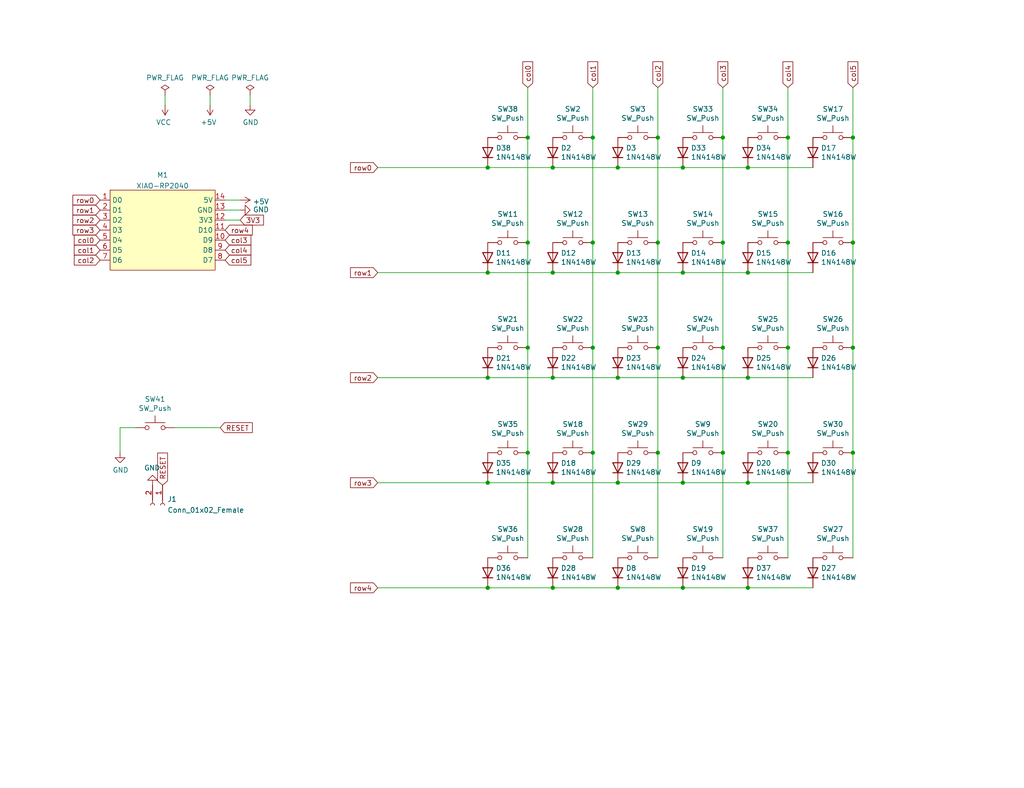
<source format=kicad_sch>
(kicad_sch (version 20211123) (generator eeschema)

  (uuid 61fe293f-6808-4b7f-9340-9aaac7054a97)

  (paper "User" 259.994 200)

  (lib_symbols
    (symbol "Connector:Conn_01x02_Female" (pin_names (offset 1.016) hide) (in_bom yes) (on_board yes)
      (property "Reference" "J" (id 0) (at 0 2.54 0)
        (effects (font (size 1.27 1.27)))
      )
      (property "Value" "Conn_01x02_Female" (id 1) (at 0 -5.08 0)
        (effects (font (size 1.27 1.27)))
      )
      (property "Footprint" "" (id 2) (at 0 0 0)
        (effects (font (size 1.27 1.27)) hide)
      )
      (property "Datasheet" "~" (id 3) (at 0 0 0)
        (effects (font (size 1.27 1.27)) hide)
      )
      (property "ki_keywords" "connector" (id 4) (at 0 0 0)
        (effects (font (size 1.27 1.27)) hide)
      )
      (property "ki_description" "Generic connector, single row, 01x02, script generated (kicad-library-utils/schlib/autogen/connector/)" (id 5) (at 0 0 0)
        (effects (font (size 1.27 1.27)) hide)
      )
      (property "ki_fp_filters" "Connector*:*_1x??_*" (id 6) (at 0 0 0)
        (effects (font (size 1.27 1.27)) hide)
      )
      (symbol "Conn_01x02_Female_1_1"
        (arc (start 0 -2.032) (mid -0.508 -2.54) (end 0 -3.048)
          (stroke (width 0.1524) (type default) (color 0 0 0 0))
          (fill (type none))
        )
        (polyline
          (pts
            (xy -1.27 -2.54)
            (xy -0.508 -2.54)
          )
          (stroke (width 0.1524) (type default) (color 0 0 0 0))
          (fill (type none))
        )
        (polyline
          (pts
            (xy -1.27 0)
            (xy -0.508 0)
          )
          (stroke (width 0.1524) (type default) (color 0 0 0 0))
          (fill (type none))
        )
        (arc (start 0 0.508) (mid -0.508 0) (end 0 -0.508)
          (stroke (width 0.1524) (type default) (color 0 0 0 0))
          (fill (type none))
        )
        (pin passive line (at -5.08 0 0) (length 3.81)
          (name "Pin_1" (effects (font (size 1.27 1.27))))
          (number "1" (effects (font (size 1.27 1.27))))
        )
        (pin passive line (at -5.08 -2.54 0) (length 3.81)
          (name "Pin_2" (effects (font (size 1.27 1.27))))
          (number "2" (effects (font (size 1.27 1.27))))
        )
      )
    )
    (symbol "Diode:1N4148W" (pin_numbers hide) (pin_names (offset 1.016) hide) (in_bom yes) (on_board yes)
      (property "Reference" "D" (id 0) (at 0 2.54 0)
        (effects (font (size 1.27 1.27)))
      )
      (property "Value" "1N4148W" (id 1) (at 0 -2.54 0)
        (effects (font (size 1.27 1.27)))
      )
      (property "Footprint" "Diode_SMD:D_SOD-123" (id 2) (at 0 -4.445 0)
        (effects (font (size 1.27 1.27)) hide)
      )
      (property "Datasheet" "https://www.vishay.com/docs/85748/1n4148w.pdf" (id 3) (at 0 0 0)
        (effects (font (size 1.27 1.27)) hide)
      )
      (property "ki_keywords" "diode" (id 4) (at 0 0 0)
        (effects (font (size 1.27 1.27)) hide)
      )
      (property "ki_description" "75V 0.15A Fast Switching Diode, SOD-123" (id 5) (at 0 0 0)
        (effects (font (size 1.27 1.27)) hide)
      )
      (property "ki_fp_filters" "D*SOD?123*" (id 6) (at 0 0 0)
        (effects (font (size 1.27 1.27)) hide)
      )
      (symbol "1N4148W_0_1"
        (polyline
          (pts
            (xy -1.27 1.27)
            (xy -1.27 -1.27)
          )
          (stroke (width 0.254) (type default) (color 0 0 0 0))
          (fill (type none))
        )
        (polyline
          (pts
            (xy 1.27 0)
            (xy -1.27 0)
          )
          (stroke (width 0) (type default) (color 0 0 0 0))
          (fill (type none))
        )
        (polyline
          (pts
            (xy 1.27 1.27)
            (xy 1.27 -1.27)
            (xy -1.27 0)
            (xy 1.27 1.27)
          )
          (stroke (width 0.254) (type default) (color 0 0 0 0))
          (fill (type none))
        )
      )
      (symbol "1N4148W_1_1"
        (pin passive line (at -3.81 0 0) (length 2.54)
          (name "K" (effects (font (size 1.27 1.27))))
          (number "1" (effects (font (size 1.27 1.27))))
        )
        (pin passive line (at 3.81 0 180) (length 2.54)
          (name "A" (effects (font (size 1.27 1.27))))
          (number "2" (effects (font (size 1.27 1.27))))
        )
      )
    )
    (symbol "Switch:SW_Push" (pin_numbers hide) (pin_names (offset 1.016) hide) (in_bom yes) (on_board yes)
      (property "Reference" "SW" (id 0) (at 1.27 2.54 0)
        (effects (font (size 1.27 1.27)) (justify left))
      )
      (property "Value" "SW_Push" (id 1) (at 0 -1.524 0)
        (effects (font (size 1.27 1.27)))
      )
      (property "Footprint" "" (id 2) (at 0 5.08 0)
        (effects (font (size 1.27 1.27)) hide)
      )
      (property "Datasheet" "~" (id 3) (at 0 5.08 0)
        (effects (font (size 1.27 1.27)) hide)
      )
      (property "ki_keywords" "switch normally-open pushbutton push-button" (id 4) (at 0 0 0)
        (effects (font (size 1.27 1.27)) hide)
      )
      (property "ki_description" "Push button switch, generic, two pins" (id 5) (at 0 0 0)
        (effects (font (size 1.27 1.27)) hide)
      )
      (symbol "SW_Push_0_1"
        (circle (center -2.032 0) (radius 0.508)
          (stroke (width 0) (type default) (color 0 0 0 0))
          (fill (type none))
        )
        (polyline
          (pts
            (xy 0 1.27)
            (xy 0 3.048)
          )
          (stroke (width 0) (type default) (color 0 0 0 0))
          (fill (type none))
        )
        (polyline
          (pts
            (xy 2.54 1.27)
            (xy -2.54 1.27)
          )
          (stroke (width 0) (type default) (color 0 0 0 0))
          (fill (type none))
        )
        (circle (center 2.032 0) (radius 0.508)
          (stroke (width 0) (type default) (color 0 0 0 0))
          (fill (type none))
        )
        (pin passive line (at -5.08 0 0) (length 2.54)
          (name "1" (effects (font (size 1.27 1.27))))
          (number "1" (effects (font (size 1.27 1.27))))
        )
        (pin passive line (at 5.08 0 180) (length 2.54)
          (name "2" (effects (font (size 1.27 1.27))))
          (number "2" (effects (font (size 1.27 1.27))))
        )
      )
    )
    (symbol "power:+5V" (power) (pin_names (offset 0)) (in_bom yes) (on_board yes)
      (property "Reference" "#PWR" (id 0) (at 0 -3.81 0)
        (effects (font (size 1.27 1.27)) hide)
      )
      (property "Value" "+5V" (id 1) (at 0 3.556 0)
        (effects (font (size 1.27 1.27)))
      )
      (property "Footprint" "" (id 2) (at 0 0 0)
        (effects (font (size 1.27 1.27)) hide)
      )
      (property "Datasheet" "" (id 3) (at 0 0 0)
        (effects (font (size 1.27 1.27)) hide)
      )
      (property "ki_keywords" "power-flag" (id 4) (at 0 0 0)
        (effects (font (size 1.27 1.27)) hide)
      )
      (property "ki_description" "Power symbol creates a global label with name \"+5V\"" (id 5) (at 0 0 0)
        (effects (font (size 1.27 1.27)) hide)
      )
      (symbol "+5V_0_1"
        (polyline
          (pts
            (xy -0.762 1.27)
            (xy 0 2.54)
          )
          (stroke (width 0) (type default) (color 0 0 0 0))
          (fill (type none))
        )
        (polyline
          (pts
            (xy 0 0)
            (xy 0 2.54)
          )
          (stroke (width 0) (type default) (color 0 0 0 0))
          (fill (type none))
        )
        (polyline
          (pts
            (xy 0 2.54)
            (xy 0.762 1.27)
          )
          (stroke (width 0) (type default) (color 0 0 0 0))
          (fill (type none))
        )
      )
      (symbol "+5V_1_1"
        (pin power_in line (at 0 0 90) (length 0) hide
          (name "+5V" (effects (font (size 1.27 1.27))))
          (number "1" (effects (font (size 1.27 1.27))))
        )
      )
    )
    (symbol "power:GND" (power) (pin_names (offset 0)) (in_bom yes) (on_board yes)
      (property "Reference" "#PWR" (id 0) (at 0 -6.35 0)
        (effects (font (size 1.27 1.27)) hide)
      )
      (property "Value" "GND" (id 1) (at 0 -3.81 0)
        (effects (font (size 1.27 1.27)))
      )
      (property "Footprint" "" (id 2) (at 0 0 0)
        (effects (font (size 1.27 1.27)) hide)
      )
      (property "Datasheet" "" (id 3) (at 0 0 0)
        (effects (font (size 1.27 1.27)) hide)
      )
      (property "ki_keywords" "power-flag" (id 4) (at 0 0 0)
        (effects (font (size 1.27 1.27)) hide)
      )
      (property "ki_description" "Power symbol creates a global label with name \"GND\" , ground" (id 5) (at 0 0 0)
        (effects (font (size 1.27 1.27)) hide)
      )
      (symbol "GND_0_1"
        (polyline
          (pts
            (xy 0 0)
            (xy 0 -1.27)
            (xy 1.27 -1.27)
            (xy 0 -2.54)
            (xy -1.27 -1.27)
            (xy 0 -1.27)
          )
          (stroke (width 0) (type default) (color 0 0 0 0))
          (fill (type none))
        )
      )
      (symbol "GND_1_1"
        (pin power_in line (at 0 0 270) (length 0) hide
          (name "GND" (effects (font (size 1.27 1.27))))
          (number "1" (effects (font (size 1.27 1.27))))
        )
      )
    )
    (symbol "power:PWR_FLAG" (power) (pin_numbers hide) (pin_names (offset 0) hide) (in_bom yes) (on_board yes)
      (property "Reference" "#FLG" (id 0) (at 0 1.905 0)
        (effects (font (size 1.27 1.27)) hide)
      )
      (property "Value" "PWR_FLAG" (id 1) (at 0 3.81 0)
        (effects (font (size 1.27 1.27)))
      )
      (property "Footprint" "" (id 2) (at 0 0 0)
        (effects (font (size 1.27 1.27)) hide)
      )
      (property "Datasheet" "~" (id 3) (at 0 0 0)
        (effects (font (size 1.27 1.27)) hide)
      )
      (property "ki_keywords" "power-flag" (id 4) (at 0 0 0)
        (effects (font (size 1.27 1.27)) hide)
      )
      (property "ki_description" "Special symbol for telling ERC where power comes from" (id 5) (at 0 0 0)
        (effects (font (size 1.27 1.27)) hide)
      )
      (symbol "PWR_FLAG_0_0"
        (pin power_out line (at 0 0 90) (length 0)
          (name "pwr" (effects (font (size 1.27 1.27))))
          (number "1" (effects (font (size 1.27 1.27))))
        )
      )
      (symbol "PWR_FLAG_0_1"
        (polyline
          (pts
            (xy 0 0)
            (xy 0 1.27)
            (xy -1.016 1.905)
            (xy 0 2.54)
            (xy 1.016 1.905)
            (xy 0 1.27)
          )
          (stroke (width 0) (type default) (color 0 0 0 0))
          (fill (type none))
        )
      )
    )
    (symbol "power:VCC" (power) (pin_names (offset 0)) (in_bom yes) (on_board yes)
      (property "Reference" "#PWR" (id 0) (at 0 -3.81 0)
        (effects (font (size 1.27 1.27)) hide)
      )
      (property "Value" "VCC" (id 1) (at 0 3.81 0)
        (effects (font (size 1.27 1.27)))
      )
      (property "Footprint" "" (id 2) (at 0 0 0)
        (effects (font (size 1.27 1.27)) hide)
      )
      (property "Datasheet" "" (id 3) (at 0 0 0)
        (effects (font (size 1.27 1.27)) hide)
      )
      (property "ki_keywords" "power-flag" (id 4) (at 0 0 0)
        (effects (font (size 1.27 1.27)) hide)
      )
      (property "ki_description" "Power symbol creates a global label with name \"VCC\"" (id 5) (at 0 0 0)
        (effects (font (size 1.27 1.27)) hide)
      )
      (symbol "VCC_0_1"
        (polyline
          (pts
            (xy -0.762 1.27)
            (xy 0 2.54)
          )
          (stroke (width 0) (type default) (color 0 0 0 0))
          (fill (type none))
        )
        (polyline
          (pts
            (xy 0 0)
            (xy 0 2.54)
          )
          (stroke (width 0) (type default) (color 0 0 0 0))
          (fill (type none))
        )
        (polyline
          (pts
            (xy 0 2.54)
            (xy 0.762 1.27)
          )
          (stroke (width 0) (type default) (color 0 0 0 0))
          (fill (type none))
        )
      )
      (symbol "VCC_1_1"
        (pin power_in line (at 0 0 90) (length 0) hide
          (name "VCC" (effects (font (size 1.27 1.27))))
          (number "1" (effects (font (size 1.27 1.27))))
        )
      )
    )
    (symbol "xiao-rp2040:XIAO-RP2040" (in_bom yes) (on_board yes)
      (property "Reference" "M" (id 0) (at 0 0 0)
        (effects (font (size 1.27 1.27)))
      )
      (property "Value" "XIAO-RP2040" (id 1) (at 0 2.54 0)
        (effects (font (size 1.27 1.27)))
      )
      (property "Footprint" "" (id 2) (at 0 0 0)
        (effects (font (size 1.27 1.27)) hide)
      )
      (property "Datasheet" "" (id 3) (at 0 0 0)
        (effects (font (size 1.27 1.27)) hide)
      )
      (symbol "XIAO-RP2040_0_1"
        (rectangle (start -12.7 10.16) (end 13.97 -10.16)
          (stroke (width 0) (type default) (color 0 0 0 0))
          (fill (type background))
        )
      )
      (symbol "XIAO-RP2040_1_1"
        (pin bidirectional line (at -15.24 7.62 0) (length 2.54)
          (name "D0" (effects (font (size 1.27 1.27))))
          (number "1" (effects (font (size 1.27 1.27))))
        )
        (pin bidirectional line (at 16.51 -2.54 180) (length 2.54)
          (name "D9" (effects (font (size 1.27 1.27))))
          (number "10" (effects (font (size 1.27 1.27))))
        )
        (pin bidirectional line (at 16.51 0 180) (length 2.54)
          (name "D10" (effects (font (size 1.27 1.27))))
          (number "11" (effects (font (size 1.27 1.27))))
        )
        (pin power_in line (at 16.51 2.54 180) (length 2.54)
          (name "3V3" (effects (font (size 1.27 1.27))))
          (number "12" (effects (font (size 1.27 1.27))))
        )
        (pin power_in line (at 16.51 5.08 180) (length 2.54)
          (name "GND" (effects (font (size 1.27 1.27))))
          (number "13" (effects (font (size 1.27 1.27))))
        )
        (pin power_in line (at 16.51 7.62 180) (length 2.54)
          (name "5V" (effects (font (size 1.27 1.27))))
          (number "14" (effects (font (size 1.27 1.27))))
        )
        (pin bidirectional line (at -15.24 5.08 0) (length 2.54)
          (name "D1" (effects (font (size 1.27 1.27))))
          (number "2" (effects (font (size 1.27 1.27))))
        )
        (pin bidirectional line (at -15.24 2.54 0) (length 2.54)
          (name "D2" (effects (font (size 1.27 1.27))))
          (number "3" (effects (font (size 1.27 1.27))))
        )
        (pin bidirectional line (at -15.24 0 0) (length 2.54)
          (name "D3" (effects (font (size 1.27 1.27))))
          (number "4" (effects (font (size 1.27 1.27))))
        )
        (pin bidirectional line (at -15.24 -2.54 0) (length 2.54)
          (name "D4" (effects (font (size 1.27 1.27))))
          (number "5" (effects (font (size 1.27 1.27))))
        )
        (pin bidirectional line (at -15.24 -5.08 0) (length 2.54)
          (name "D5" (effects (font (size 1.27 1.27))))
          (number "6" (effects (font (size 1.27 1.27))))
        )
        (pin bidirectional line (at -15.24 -7.62 0) (length 2.54)
          (name "D6" (effects (font (size 1.27 1.27))))
          (number "7" (effects (font (size 1.27 1.27))))
        )
        (pin bidirectional line (at 16.51 -7.62 180) (length 2.54)
          (name "D7" (effects (font (size 1.27 1.27))))
          (number "8" (effects (font (size 1.27 1.27))))
        )
        (pin bidirectional line (at 16.51 -5.08 180) (length 2.54)
          (name "D8" (effects (font (size 1.27 1.27))))
          (number "9" (effects (font (size 1.27 1.27))))
        )
      )
    )
  )

  (junction (at 173.355 95.885) (diameter 0) (color 0 0 0 0)
    (uuid 03c7f780-fc1b-487a-b30d-567d6c09fdc8)
  )
  (junction (at 216.535 61.595) (diameter 0) (color 0 0 0 0)
    (uuid 057af6bb-cf6f-4bfb-b0c0-2e92a2c09a47)
  )
  (junction (at 133.985 61.595) (diameter 0) (color 0 0 0 0)
    (uuid 097edb1b-8998-4e70-b670-bba125982348)
  )
  (junction (at 216.535 88.265) (diameter 0) (color 0 0 0 0)
    (uuid 0cc45b5b-96b3-4284-9cae-a3a9e324a916)
  )
  (junction (at 123.825 149.225) (diameter 0) (color 0 0 0 0)
    (uuid 0d039f98-0cd4-49dd-9cdc-0977eb650d46)
  )
  (junction (at 200.025 88.265) (diameter 0) (color 0 0 0 0)
    (uuid 18b7e157-ae67-48ad-bd7c-9fef6fe45b22)
  )
  (junction (at 150.495 88.265) (diameter 0) (color 0 0 0 0)
    (uuid 18cf1537-83e6-4374-a277-6e3e21479ab0)
  )
  (junction (at 216.535 34.925) (diameter 0) (color 0 0 0 0)
    (uuid 19a53cfd-377b-4d25-b5fc-6e75ee0f006e)
  )
  (junction (at 133.985 34.925) (diameter 0) (color 0 0 0 0)
    (uuid 1e04b79f-bdc1-431c-a184-e2882aa4f984)
  )
  (junction (at 140.335 69.215) (diameter 0) (color 0 0 0 0)
    (uuid 1f8b2c0c-b042-4e2e-80f6-4959a27b238f)
  )
  (junction (at 123.825 95.885) (diameter 0) (color 0 0 0 0)
    (uuid 1f9ae101-c652-4998-a503-17aedf3d5746)
  )
  (junction (at 183.515 34.925) (diameter 0) (color 0 0 0 0)
    (uuid 2145e9a2-59ab-4f4b-bf9e-f88f82a4a83d)
  )
  (junction (at 123.825 69.215) (diameter 0) (color 0 0 0 0)
    (uuid 272c2a78-b5f5-4b61-aed3-ec69e0e92729)
  )
  (junction (at 167.005 114.935) (diameter 0) (color 0 0 0 0)
    (uuid 2fb9964c-4cd4-4e81-b5e8-f78759d3adb5)
  )
  (junction (at 216.535 114.935) (diameter 0) (color 0 0 0 0)
    (uuid 36696ac6-2db1-4b52-ae3d-9f3c89d2042f)
  )
  (junction (at 156.845 149.225) (diameter 0) (color 0 0 0 0)
    (uuid 40b38567-9d6a-4691-bccf-1b4dbe39957b)
  )
  (junction (at 189.865 95.885) (diameter 0) (color 0 0 0 0)
    (uuid 4107d40a-e5df-4255-aacc-13f9928e090c)
  )
  (junction (at 150.495 61.595) (diameter 0) (color 0 0 0 0)
    (uuid 41acfe41-fac7-432a-a7a3-946566e2d504)
  )
  (junction (at 189.865 149.225) (diameter 0) (color 0 0 0 0)
    (uuid 55fd784e-892f-4b49-bc99-a072e78e741c)
  )
  (junction (at 200.025 34.925) (diameter 0) (color 0 0 0 0)
    (uuid 5c0ad3c6-914f-497b-ad96-89f5f024421c)
  )
  (junction (at 150.495 114.935) (diameter 0) (color 0 0 0 0)
    (uuid 621c8eb9-ae87-439a-b350-badb5d559a5a)
  )
  (junction (at 133.985 114.935) (diameter 0) (color 0 0 0 0)
    (uuid 63800a5c-5070-4e17-84b3-b1e9d7317ddc)
  )
  (junction (at 200.025 114.935) (diameter 0) (color 0 0 0 0)
    (uuid 64256223-cf3b-4a78-97d3-f1dca769968f)
  )
  (junction (at 183.515 114.935) (diameter 0) (color 0 0 0 0)
    (uuid 6aa022fb-09ce-49d9-86b1-c73b3ee817e2)
  )
  (junction (at 189.865 42.545) (diameter 0) (color 0 0 0 0)
    (uuid 6f8721eb-d90c-4b2f-9abe-a4409586736a)
  )
  (junction (at 140.335 95.885) (diameter 0) (color 0 0 0 0)
    (uuid 700e8b73-5976-423f-a3f3-ab3d9f3e9760)
  )
  (junction (at 150.495 34.925) (diameter 0) (color 0 0 0 0)
    (uuid 70e15522-1572-4451-9c0d-6d36ac70d8c6)
  )
  (junction (at 156.845 69.215) (diameter 0) (color 0 0 0 0)
    (uuid 79e31048-072a-4a40-a625-26bb0b5f046b)
  )
  (junction (at 123.825 122.555) (diameter 0) (color 0 0 0 0)
    (uuid 7cc653ae-76c6-4868-ace7-a418f9ed105a)
  )
  (junction (at 183.515 61.595) (diameter 0) (color 0 0 0 0)
    (uuid 7e0a03ae-d054-4f76-a131-5c09b8dc1636)
  )
  (junction (at 133.985 88.265) (diameter 0) (color 0 0 0 0)
    (uuid 7e4ade4d-f930-4ad3-894b-4ea6a9806a26)
  )
  (junction (at 173.355 42.545) (diameter 0) (color 0 0 0 0)
    (uuid 90d1a92a-771c-4d5b-949e-56620dbf9030)
  )
  (junction (at 173.355 149.225) (diameter 0) (color 0 0 0 0)
    (uuid a6dc1180-19c4-432b-af49-fc9179bb4519)
  )
  (junction (at 123.825 42.545) (diameter 0) (color 0 0 0 0)
    (uuid ac3f4da4-cc7b-4151-a716-fc934067b56d)
  )
  (junction (at 189.865 122.555) (diameter 0) (color 0 0 0 0)
    (uuid b21625e3-a75b-41d7-9f13-4c0e12ba16cb)
  )
  (junction (at 156.845 42.545) (diameter 0) (color 0 0 0 0)
    (uuid b4300db7-1220-431a-b7c3-2edbdf8fa6fc)
  )
  (junction (at 173.355 69.215) (diameter 0) (color 0 0 0 0)
    (uuid b873bc5d-a9af-4bd9-afcb-87ce4d417120)
  )
  (junction (at 189.865 69.215) (diameter 0) (color 0 0 0 0)
    (uuid b9bb0e73-161a-4d06-b6eb-a9f66d8a95f5)
  )
  (junction (at 167.005 61.595) (diameter 0) (color 0 0 0 0)
    (uuid c094494a-f6f7-43fc-a007-4951484ddf3a)
  )
  (junction (at 156.845 95.885) (diameter 0) (color 0 0 0 0)
    (uuid c76d4423-ef1b-4a6f-8176-33d65f2877bb)
  )
  (junction (at 167.005 34.925) (diameter 0) (color 0 0 0 0)
    (uuid ca87f11b-5f48-4b57-8535-68d3ec2fe5a9)
  )
  (junction (at 200.025 61.595) (diameter 0) (color 0 0 0 0)
    (uuid d0fb0864-e79b-4bdc-8e8e-eed0cabe6d56)
  )
  (junction (at 173.355 122.555) (diameter 0) (color 0 0 0 0)
    (uuid df93f76b-86da-45ae-87e2-4b691af12b00)
  )
  (junction (at 156.845 122.555) (diameter 0) (color 0 0 0 0)
    (uuid e3c3d042-f4c5-4fb1-a6b8-52aa1c14cc0e)
  )
  (junction (at 140.335 42.545) (diameter 0) (color 0 0 0 0)
    (uuid e5203297-b913-4288-a576-12a92185cb52)
  )
  (junction (at 183.515 88.265) (diameter 0) (color 0 0 0 0)
    (uuid e54e5e19-1deb-49a9-8629-617db8e434c0)
  )
  (junction (at 167.005 88.265) (diameter 0) (color 0 0 0 0)
    (uuid f449bd37-cc90-4487-aee6-2a20b8d2843a)
  )
  (junction (at 140.335 122.555) (diameter 0) (color 0 0 0 0)
    (uuid f74eb612-4697-4cb4-afe4-9f94828b954d)
  )
  (junction (at 140.335 149.225) (diameter 0) (color 0 0 0 0)
    (uuid fb191df4-267d-4797-80dd-be346b8eeb99)
  )

  (wire (pts (xy 167.005 22.225) (xy 167.005 34.925))
    (stroke (width 0) (type default) (color 0 0 0 0))
    (uuid 01e9b6e7-adf9-4ee7-9447-a588630ee4a2)
  )
  (wire (pts (xy 95.885 42.545) (xy 123.825 42.545))
    (stroke (width 0) (type default) (color 0 0 0 0))
    (uuid 03caada9-9e22-4e2d-9035-b15433dfbb17)
  )
  (wire (pts (xy 167.005 114.935) (xy 167.005 141.605))
    (stroke (width 0) (type default) (color 0 0 0 0))
    (uuid 05e45f00-3c6b-4c0c-9ffb-3fe26fcda007)
  )
  (wire (pts (xy 183.515 88.265) (xy 183.515 114.935))
    (stroke (width 0) (type default) (color 0 0 0 0))
    (uuid 16d5bf81-590a-4149-97e0-64f3b3ad6f52)
  )
  (wire (pts (xy 44.45 108.585) (xy 55.88 108.585))
    (stroke (width 0) (type default) (color 0 0 0 0))
    (uuid 2035ea48-3ef5-4d7f-8c3c-50981b30c89a)
  )
  (wire (pts (xy 173.355 69.215) (xy 189.865 69.215))
    (stroke (width 0) (type default) (color 0 0 0 0))
    (uuid 20c315f4-1e4f-49aa-8d61-778a7389df7e)
  )
  (wire (pts (xy 95.885 69.215) (xy 123.825 69.215))
    (stroke (width 0) (type default) (color 0 0 0 0))
    (uuid 2102c637-9f11-48f1-aae6-b4139dc22be2)
  )
  (wire (pts (xy 183.515 114.935) (xy 183.515 141.605))
    (stroke (width 0) (type default) (color 0 0 0 0))
    (uuid 2151a218-87ec-4d43-b5fa-736242c52602)
  )
  (wire (pts (xy 123.825 95.885) (xy 140.335 95.885))
    (stroke (width 0) (type default) (color 0 0 0 0))
    (uuid 22999e73-da32-43a5-9163-4b3a41614f25)
  )
  (wire (pts (xy 30.48 108.585) (xy 30.48 114.935))
    (stroke (width 0) (type default) (color 0 0 0 0))
    (uuid 25d545dc-8f50-4573-922c-35ef5a2a3a19)
  )
  (wire (pts (xy 63.5 24.13) (xy 63.5 26.67))
    (stroke (width 0) (type default) (color 0 0 0 0))
    (uuid 282c8e53-3acc-42f0-a92a-6aa976b97a93)
  )
  (wire (pts (xy 189.865 69.215) (xy 206.375 69.215))
    (stroke (width 0) (type default) (color 0 0 0 0))
    (uuid 29195ea4-8218-44a1-b4bf-466bee0082e4)
  )
  (wire (pts (xy 216.535 34.925) (xy 216.535 61.595))
    (stroke (width 0) (type default) (color 0 0 0 0))
    (uuid 2f7bb89d-892b-4c76-844f-ea66770e8dc1)
  )
  (wire (pts (xy 133.985 114.935) (xy 133.985 141.605))
    (stroke (width 0) (type default) (color 0 0 0 0))
    (uuid 2f988663-1a29-4f09-b2d7-92ad5d94794b)
  )
  (wire (pts (xy 173.355 42.545) (xy 189.865 42.545))
    (stroke (width 0) (type default) (color 0 0 0 0))
    (uuid 30d93464-32bd-40f3-a6ed-5806fbc3cb8b)
  )
  (wire (pts (xy 156.845 69.215) (xy 173.355 69.215))
    (stroke (width 0) (type default) (color 0 0 0 0))
    (uuid 35a9f71f-ba35-47f6-814e-4106ac36c51e)
  )
  (wire (pts (xy 133.985 22.225) (xy 133.985 34.925))
    (stroke (width 0) (type default) (color 0 0 0 0))
    (uuid 3a52f112-cb97-43db-aaeb-20afe27664d7)
  )
  (polyline (pts (xy 422.91 182.88) (xy 422.91 152.4))
    (stroke (width 0) (type default) (color 0 0 0 0))
    (uuid 4160bbf7-ffff-4c5c-a647-5ee58ddecf06)
  )

  (wire (pts (xy 216.535 114.935) (xy 216.535 141.605))
    (stroke (width 0) (type default) (color 0 0 0 0))
    (uuid 460147d8-e4b6-4910-88e9-07d1ddd6c2df)
  )
  (wire (pts (xy 123.825 69.215) (xy 140.335 69.215))
    (stroke (width 0) (type default) (color 0 0 0 0))
    (uuid 477311b9-8f81-40c8-9c55-fd87e287247a)
  )
  (wire (pts (xy 216.535 61.595) (xy 216.535 88.265))
    (stroke (width 0) (type default) (color 0 0 0 0))
    (uuid 4a850cb6-bb24-4274-a902-e49f34f0a0e3)
  )
  (wire (pts (xy 150.495 61.595) (xy 150.495 88.265))
    (stroke (width 0) (type default) (color 0 0 0 0))
    (uuid 597a11f2-5d2c-4a65-ac95-38ad106e1367)
  )
  (wire (pts (xy 57.15 50.8) (xy 60.96 50.8))
    (stroke (width 0) (type default) (color 0 0 0 0))
    (uuid 5a079cce-521b-499c-9c14-80c46248be35)
  )
  (wire (pts (xy 189.865 122.555) (xy 206.375 122.555))
    (stroke (width 0) (type default) (color 0 0 0 0))
    (uuid 5dbda758-e74b-4ccf-ad68-495d537d68ba)
  )
  (wire (pts (xy 189.865 95.885) (xy 206.375 95.885))
    (stroke (width 0) (type default) (color 0 0 0 0))
    (uuid 5fc9acb6-6dbb-4598-825b-4b9e7c4c67c4)
  )
  (wire (pts (xy 173.355 95.885) (xy 189.865 95.885))
    (stroke (width 0) (type default) (color 0 0 0 0))
    (uuid 609b9e1b-4e3b-42b7-ac76-a62ec4d0e7c7)
  )
  (wire (pts (xy 140.335 69.215) (xy 156.845 69.215))
    (stroke (width 0) (type default) (color 0 0 0 0))
    (uuid 644ae9fc-3c8e-4089-866e-a12bf371c3e9)
  )
  (wire (pts (xy 200.025 61.595) (xy 200.025 88.265))
    (stroke (width 0) (type default) (color 0 0 0 0))
    (uuid 6b7c1048-12b6-46b2-b762-fa3ad30472dd)
  )
  (wire (pts (xy 183.515 61.595) (xy 183.515 88.265))
    (stroke (width 0) (type default) (color 0 0 0 0))
    (uuid 6bf05d19-ba3e-4ba6-8a6f-4e0bc45ea3b2)
  )
  (wire (pts (xy 140.335 42.545) (xy 156.845 42.545))
    (stroke (width 0) (type default) (color 0 0 0 0))
    (uuid 6d26d68f-1ca7-4ff3-b058-272f1c399047)
  )
  (wire (pts (xy 140.335 122.555) (xy 156.845 122.555))
    (stroke (width 0) (type default) (color 0 0 0 0))
    (uuid 72cc7949-68f8-4ef8-adcb-a65c1d042672)
  )
  (wire (pts (xy 30.48 108.585) (xy 34.29 108.585))
    (stroke (width 0) (type default) (color 0 0 0 0))
    (uuid 7a2f50f6-0c99-4e8d-9c2a-8f2f961d2e6d)
  )
  (wire (pts (xy 95.885 122.555) (xy 123.825 122.555))
    (stroke (width 0) (type default) (color 0 0 0 0))
    (uuid 7c2956f8-4f3b-451b-b8cc-dc28eb94b4d4)
  )
  (wire (pts (xy 173.355 122.555) (xy 189.865 122.555))
    (stroke (width 0) (type default) (color 0 0 0 0))
    (uuid 7e498af5-a41b-4f8f-8a13-10c00a9160aa)
  )
  (wire (pts (xy 200.025 34.925) (xy 200.025 61.595))
    (stroke (width 0) (type default) (color 0 0 0 0))
    (uuid 81d507d7-c825-4f9e-bf15-fce4005a17d6)
  )
  (wire (pts (xy 156.845 122.555) (xy 173.355 122.555))
    (stroke (width 0) (type default) (color 0 0 0 0))
    (uuid 8385d9f6-6997-423b-b38d-d0ab00c45f3f)
  )
  (wire (pts (xy 173.355 149.225) (xy 189.865 149.225))
    (stroke (width 0) (type default) (color 0 0 0 0))
    (uuid 87a0ffb1-5477-4b20-a3ac-fef5af129a33)
  )
  (wire (pts (xy 189.865 149.225) (xy 206.375 149.225))
    (stroke (width 0) (type default) (color 0 0 0 0))
    (uuid 8941f243-2d56-402b-97de-558fd08802b8)
  )
  (wire (pts (xy 200.025 114.935) (xy 200.025 141.605))
    (stroke (width 0) (type default) (color 0 0 0 0))
    (uuid 8b022692-69b7-4bd6-bf38-57edecf356fa)
  )
  (wire (pts (xy 133.985 34.925) (xy 133.985 61.595))
    (stroke (width 0) (type default) (color 0 0 0 0))
    (uuid 8ceb5454-070b-487f-b371-46a5bddd0fa8)
  )
  (wire (pts (xy 133.985 88.265) (xy 133.985 114.935))
    (stroke (width 0) (type default) (color 0 0 0 0))
    (uuid 8d1c6119-4f8d-41bb-ac26-14b7b55b90f2)
  )
  (wire (pts (xy 200.025 88.265) (xy 200.025 114.935))
    (stroke (width 0) (type default) (color 0 0 0 0))
    (uuid 90fa0465-7fe5-474b-8e7c-9f955c02a0f6)
  )
  (wire (pts (xy 183.515 22.225) (xy 183.515 34.925))
    (stroke (width 0) (type default) (color 0 0 0 0))
    (uuid 9193c41e-d425-447d-b95c-6986d66ea01c)
  )
  (wire (pts (xy 200.025 22.225) (xy 200.025 34.925))
    (stroke (width 0) (type default) (color 0 0 0 0))
    (uuid 935f462d-8b1e-4005-9f1e-17f537ab1756)
  )
  (wire (pts (xy 53.34 24.13) (xy 53.34 26.67))
    (stroke (width 0) (type default) (color 0 0 0 0))
    (uuid 98970bf0-1168-4b4e-a1c9-3b0c8d7eaacf)
  )
  (wire (pts (xy 140.335 95.885) (xy 156.845 95.885))
    (stroke (width 0) (type default) (color 0 0 0 0))
    (uuid a29f8df0-3fae-4edf-8d9c-bd5a875b13e3)
  )
  (wire (pts (xy 167.005 88.265) (xy 167.005 114.935))
    (stroke (width 0) (type default) (color 0 0 0 0))
    (uuid a6c7f556-10bb-4a6d-b61b-a732ec6fa5cc)
  )
  (wire (pts (xy 189.865 42.545) (xy 206.375 42.545))
    (stroke (width 0) (type default) (color 0 0 0 0))
    (uuid a864efc1-2e43-40f2-80e3-d1157df22d33)
  )
  (wire (pts (xy 41.91 24.13) (xy 41.91 26.67))
    (stroke (width 0) (type default) (color 0 0 0 0))
    (uuid b12e5309-5d01-40ef-a9c3-8453e00a555e)
  )
  (wire (pts (xy 150.495 114.935) (xy 150.495 141.605))
    (stroke (width 0) (type default) (color 0 0 0 0))
    (uuid b2001159-b6cb-4000-85f5-34f6c410920f)
  )
  (wire (pts (xy 156.845 42.545) (xy 173.355 42.545))
    (stroke (width 0) (type default) (color 0 0 0 0))
    (uuid b447dbb1-d38e-4a15-93cb-12c25382ea53)
  )
  (wire (pts (xy 156.845 149.225) (xy 173.355 149.225))
    (stroke (width 0) (type default) (color 0 0 0 0))
    (uuid b45059f3-613f-4b7a-a70a-ed75a9e941e6)
  )
  (wire (pts (xy 167.005 61.595) (xy 167.005 88.265))
    (stroke (width 0) (type default) (color 0 0 0 0))
    (uuid b7867831-ef82-4f33-a926-59e5c1c09b91)
  )
  (wire (pts (xy 216.535 88.265) (xy 216.535 114.935))
    (stroke (width 0) (type default) (color 0 0 0 0))
    (uuid b853d9ac-7829-468f-99ac-dc9996502e94)
  )
  (wire (pts (xy 123.825 42.545) (xy 140.335 42.545))
    (stroke (width 0) (type default) (color 0 0 0 0))
    (uuid bb8468e1-bba6-4ac7-9c9f-868e28f07783)
  )
  (wire (pts (xy 123.825 149.225) (xy 140.335 149.225))
    (stroke (width 0) (type default) (color 0 0 0 0))
    (uuid c4a86676-871f-4932-b265-3a6dff49bf96)
  )
  (wire (pts (xy 95.885 149.225) (xy 123.825 149.225))
    (stroke (width 0) (type default) (color 0 0 0 0))
    (uuid c8072c34-0f81-4552-9fbe-4bfe60c53e21)
  )
  (wire (pts (xy 57.15 53.34) (xy 60.96 53.34))
    (stroke (width 0) (type default) (color 0 0 0 0))
    (uuid cce3691f-5c7c-4f8c-8e0e-7a23fb4409cc)
  )
  (wire (pts (xy 216.535 22.225) (xy 216.535 34.925))
    (stroke (width 0) (type default) (color 0 0 0 0))
    (uuid cfa5c16e-7859-460d-a0b8-cea7d7ea629c)
  )
  (wire (pts (xy 150.495 22.225) (xy 150.495 34.925))
    (stroke (width 0) (type default) (color 0 0 0 0))
    (uuid d3d7e298-1d39-4294-a3ab-c84cc0dc5e5a)
  )
  (wire (pts (xy 183.515 34.925) (xy 183.515 61.595))
    (stroke (width 0) (type default) (color 0 0 0 0))
    (uuid d6a636ea-4244-4f9a-9fa4-604f6b001696)
  )
  (wire (pts (xy 167.005 34.925) (xy 167.005 61.595))
    (stroke (width 0) (type default) (color 0 0 0 0))
    (uuid d6fb27cf-362d-4568-967c-a5bf49d5931b)
  )
  (wire (pts (xy 95.885 95.885) (xy 123.825 95.885))
    (stroke (width 0) (type default) (color 0 0 0 0))
    (uuid dd70858b-2f9a-4b3f-9af5-ead3a9ba57e9)
  )
  (wire (pts (xy 133.985 61.595) (xy 133.985 88.265))
    (stroke (width 0) (type default) (color 0 0 0 0))
    (uuid e3fc1e69-a11c-4c84-8952-fefb9372474e)
  )
  (wire (pts (xy 123.825 122.555) (xy 140.335 122.555))
    (stroke (width 0) (type default) (color 0 0 0 0))
    (uuid ea9f04c0-9fd7-4e40-93c5-9af8c8826ee7)
  )
  (wire (pts (xy 156.845 95.885) (xy 173.355 95.885))
    (stroke (width 0) (type default) (color 0 0 0 0))
    (uuid eee16674-2d21-45b6-ab5e-d669125df26c)
  )
  (wire (pts (xy 150.495 34.925) (xy 150.495 61.595))
    (stroke (width 0) (type default) (color 0 0 0 0))
    (uuid f4eb0267-179f-46c9-b516-9bfb06bac1ba)
  )
  (wire (pts (xy 57.15 55.88) (xy 60.96 55.88))
    (stroke (width 0) (type default) (color 0 0 0 0))
    (uuid f95406d6-e21a-4f74-91de-2d22bce95ae9)
  )
  (wire (pts (xy 140.335 149.225) (xy 156.845 149.225))
    (stroke (width 0) (type default) (color 0 0 0 0))
    (uuid fab1abc4-c49d-4b88-8c7f-939d7feb7b6c)
  )
  (wire (pts (xy 150.495 88.265) (xy 150.495 114.935))
    (stroke (width 0) (type default) (color 0 0 0 0))
    (uuid fec6f717-d723-4676-89ef-8ea691e209c2)
  )

  (global_label "row3" (shape input) (at 95.885 122.555 180) (fields_autoplaced)
    (effects (font (size 1.27 1.27)) (justify right))
    (uuid 155b0b7c-70b4-4a26-a550-bac13cab0aa4)
    (property "Intersheet References" "${INTERSHEET_REFS}" (id 0) (at -32.385 -1.905 0)
      (effects (font (size 1.27 1.27)) hide)
    )
  )
  (global_label "col0" (shape input) (at 133.985 22.225 90) (fields_autoplaced)
    (effects (font (size 1.27 1.27)) (justify left))
    (uuid 180cae8d-ff08-4a94-96dd-473df3634a1e)
    (property "Intersheet References" "${INTERSHEET_REFS}" (id 0) (at 133.9056 15.7884 90)
      (effects (font (size 1.27 1.27)) (justify left) hide)
    )
  )
  (global_label "row2" (shape input) (at 25.4 55.88 180) (fields_autoplaced)
    (effects (font (size 1.27 1.27)) (justify right))
    (uuid 2a8f0623-109f-46bc-851f-82f6128e68c0)
    (property "Intersheet References" "${INTERSHEET_REFS}" (id 0) (at -102.87 -41.91 0)
      (effects (font (size 1.27 1.27)) hide)
    )
  )
  (global_label "RESET" (shape input) (at 55.88 108.585 0) (fields_autoplaced)
    (effects (font (size 1.27 1.27)) (justify left))
    (uuid 2f215f15-3d52-4c91-93e6-3ea03a95622f)
    (property "Intersheet References" "${INTERSHEET_REFS}" (id 0) (at -11.43 -102.235 0)
      (effects (font (size 1.27 1.27)) hide)
    )
  )
  (global_label "RESET" (shape input) (at 41.275 123.19 90) (fields_autoplaced)
    (effects (font (size 1.27 1.27)) (justify left))
    (uuid 37c63aa6-c078-4f09-99c8-c8d12e6d6f83)
    (property "Intersheet References" "${INTERSHEET_REFS}" (id 0) (at -169.545 190.5 0)
      (effects (font (size 1.27 1.27)) hide)
    )
  )
  (global_label "row4" (shape input) (at 57.15 58.42 0) (fields_autoplaced)
    (effects (font (size 1.27 1.27)) (justify left))
    (uuid 40094947-fbda-4d67-b533-8f4856fd9a09)
    (property "Intersheet References" "${INTERSHEET_REFS}" (id 0) (at 185.42 209.55 0)
      (effects (font (size 1.27 1.27)) hide)
    )
  )
  (global_label "row2" (shape input) (at 95.885 95.885 180) (fields_autoplaced)
    (effects (font (size 1.27 1.27)) (justify right))
    (uuid 4f411f68-04bd-4175-a406-bcaa4cf6601e)
    (property "Intersheet References" "${INTERSHEET_REFS}" (id 0) (at -32.385 -1.905 0)
      (effects (font (size 1.27 1.27)) hide)
    )
  )
  (global_label "col3" (shape input) (at 183.515 22.225 90) (fields_autoplaced)
    (effects (font (size 1.27 1.27)) (justify left))
    (uuid 61fe4c73-be59-4519-98f1-a634322a841d)
    (property "Intersheet References" "${INTERSHEET_REFS}" (id 0) (at -15.875 -1.905 0)
      (effects (font (size 1.27 1.27)) hide)
    )
  )
  (global_label "row4" (shape input) (at 95.885 149.225 180) (fields_autoplaced)
    (effects (font (size 1.27 1.27)) (justify right))
    (uuid 629fdb7a-7978-43d0-987e-b84465775826)
    (property "Intersheet References" "${INTERSHEET_REFS}" (id 0) (at -32.385 -1.905 0)
      (effects (font (size 1.27 1.27)) hide)
    )
  )
  (global_label "col0" (shape input) (at 25.4 60.96 180) (fields_autoplaced)
    (effects (font (size 1.27 1.27)) (justify right))
    (uuid 638b1799-0dae-4fd1-b87f-12f689aba957)
    (property "Intersheet References" "${INTERSHEET_REFS}" (id 0) (at 18.9634 61.0394 0)
      (effects (font (size 1.27 1.27)) (justify right) hide)
    )
  )
  (global_label "col4" (shape input) (at 200.025 22.225 90) (fields_autoplaced)
    (effects (font (size 1.27 1.27)) (justify left))
    (uuid 699feae1-8cdd-4d2b-947f-f24849c73cdb)
    (property "Intersheet References" "${INTERSHEET_REFS}" (id 0) (at -15.875 -1.905 0)
      (effects (font (size 1.27 1.27)) hide)
    )
  )
  (global_label "row0" (shape input) (at 95.885 42.545 180) (fields_autoplaced)
    (effects (font (size 1.27 1.27)) (justify right))
    (uuid 6f675e5f-8fe6-4148-baf1-da97afc770f8)
    (property "Intersheet References" "${INTERSHEET_REFS}" (id 0) (at -32.385 -1.905 0)
      (effects (font (size 1.27 1.27)) hide)
    )
  )
  (global_label "col1" (shape input) (at 150.495 22.225 90) (fields_autoplaced)
    (effects (font (size 1.27 1.27)) (justify left))
    (uuid 70e4263f-d95a-4431-b3f3-cfc800c82056)
    (property "Intersheet References" "${INTERSHEET_REFS}" (id 0) (at -15.875 -1.905 0)
      (effects (font (size 1.27 1.27)) hide)
    )
  )
  (global_label "row3" (shape input) (at 25.4 58.42 180) (fields_autoplaced)
    (effects (font (size 1.27 1.27)) (justify right))
    (uuid 733d6e4a-b167-4864-937c-40ab367240c7)
    (property "Intersheet References" "${INTERSHEET_REFS}" (id 0) (at -102.87 -66.04 0)
      (effects (font (size 1.27 1.27)) hide)
    )
  )
  (global_label "col2" (shape input) (at 25.4 66.04 180) (fields_autoplaced)
    (effects (font (size 1.27 1.27)) (justify right))
    (uuid 87250241-2125-46ed-ae81-33005a0b4b64)
    (property "Intersheet References" "${INTERSHEET_REFS}" (id 0) (at 1.27 248.92 0)
      (effects (font (size 1.27 1.27)) hide)
    )
  )
  (global_label "row1" (shape input) (at 95.885 69.215 180) (fields_autoplaced)
    (effects (font (size 1.27 1.27)) (justify right))
    (uuid 917920ab-0c6e-4927-974d-ef342cdd4f63)
    (property "Intersheet References" "${INTERSHEET_REFS}" (id 0) (at -32.385 -1.905 0)
      (effects (font (size 1.27 1.27)) hide)
    )
  )
  (global_label "col5" (shape input) (at 57.15 66.04 0) (fields_autoplaced)
    (effects (font (size 1.27 1.27)) (justify left))
    (uuid 9f3aecd2-5422-4ee5-a1d3-46df3c221c28)
    (property "Intersheet References" "${INTERSHEET_REFS}" (id 0) (at 81.28 -166.37 0)
      (effects (font (size 1.27 1.27)) hide)
    )
  )
  (global_label "col4" (shape input) (at 57.15 63.5 0) (fields_autoplaced)
    (effects (font (size 1.27 1.27)) (justify left))
    (uuid a97434d1-110f-4171-8eec-18981ab22999)
    (property "Intersheet References" "${INTERSHEET_REFS}" (id 0) (at 81.28 -152.4 0)
      (effects (font (size 1.27 1.27)) hide)
    )
  )
  (global_label "col3" (shape input) (at 57.15 60.96 0) (fields_autoplaced)
    (effects (font (size 1.27 1.27)) (justify left))
    (uuid b23e9aa4-7fa3-424f-9cfb-9c306bf985ec)
    (property "Intersheet References" "${INTERSHEET_REFS}" (id 0) (at 81.28 -138.43 0)
      (effects (font (size 1.27 1.27)) hide)
    )
  )
  (global_label "col5" (shape input) (at 216.535 22.225 90) (fields_autoplaced)
    (effects (font (size 1.27 1.27)) (justify left))
    (uuid b6cd701f-4223-4e72-a305-466869ccb250)
    (property "Intersheet References" "${INTERSHEET_REFS}" (id 0) (at -15.875 -1.905 0)
      (effects (font (size 1.27 1.27)) hide)
    )
  )
  (global_label "col2" (shape input) (at 167.005 22.225 90) (fields_autoplaced)
    (effects (font (size 1.27 1.27)) (justify left))
    (uuid c0c2eb8e-f6d1-4506-8e6b-4f995ad74c1f)
    (property "Intersheet References" "${INTERSHEET_REFS}" (id 0) (at -15.875 -1.905 0)
      (effects (font (size 1.27 1.27)) hide)
    )
  )
  (global_label "3V3" (shape input) (at 60.96 55.88 0) (fields_autoplaced)
    (effects (font (size 1.27 1.27)) (justify left))
    (uuid c7be1ba2-19fe-4e86-8d28-c453eb34928e)
    (property "Intersheet References" "${INTERSHEET_REFS}" (id 0) (at 66.7918 55.8006 0)
      (effects (font (size 1.27 1.27)) (justify left) hide)
    )
  )
  (global_label "col1" (shape input) (at 25.4 63.5 180) (fields_autoplaced)
    (effects (font (size 1.27 1.27)) (justify right))
    (uuid d6c3e4c1-3d47-44a0-a20c-b095fc7511e3)
    (property "Intersheet References" "${INTERSHEET_REFS}" (id 0) (at 1.27 229.87 0)
      (effects (font (size 1.27 1.27)) hide)
    )
  )
  (global_label "row0" (shape input) (at 25.4 50.8 180) (fields_autoplaced)
    (effects (font (size 1.27 1.27)) (justify right))
    (uuid e7ea8ef3-a719-42f6-8bbb-0efeb18a9ad5)
    (property "Intersheet References" "${INTERSHEET_REFS}" (id 0) (at -102.87 6.35 0)
      (effects (font (size 1.27 1.27)) hide)
    )
  )
  (global_label "row1" (shape input) (at 25.4 53.34 180) (fields_autoplaced)
    (effects (font (size 1.27 1.27)) (justify right))
    (uuid f57c0786-6d8e-41eb-808f-085de69b593f)
    (property "Intersheet References" "${INTERSHEET_REFS}" (id 0) (at -102.87 -17.78 0)
      (effects (font (size 1.27 1.27)) hide)
    )
  )

  (symbol (lib_id "power:GND") (at 30.48 114.935 0) (unit 1)
    (in_bom yes) (on_board yes)
    (uuid 00000000-0000-0000-0000-000060e827d4)
    (property "Reference" "#PWR013" (id 0) (at 30.48 121.285 0)
      (effects (font (size 1.27 1.27)) hide)
    )
    (property "Value" "GND" (id 1) (at 30.607 119.3292 0))
    (property "Footprint" "" (id 2) (at 30.48 114.935 0)
      (effects (font (size 1.27 1.27)) hide)
    )
    (property "Datasheet" "" (id 3) (at 30.48 114.935 0)
      (effects (font (size 1.27 1.27)) hide)
    )
    (pin "1" (uuid e0e43859-d345-4c44-9756-09a323739106))
  )

  (symbol (lib_id "Switch:SW_Push") (at 145.415 34.925 0) (unit 1)
    (in_bom yes) (on_board yes)
    (uuid 00000000-0000-0000-0000-000060ee975d)
    (property "Reference" "SW2" (id 0) (at 145.415 27.686 0))
    (property "Value" "SW_Push" (id 1) (at 145.415 29.9974 0))
    (property "Footprint" "fingerpunch:Kailh_socket_MX-ChocV1" (id 2) (at 145.415 29.845 0)
      (effects (font (size 1.27 1.27)) hide)
    )
    (property "Datasheet" "~" (id 3) (at 145.415 29.845 0)
      (effects (font (size 1.27 1.27)) hide)
    )
    (pin "1" (uuid 952eb6d2-2954-4111-a5a8-f0a4d5f90c38))
    (pin "2" (uuid b80eaa86-2010-44e1-a77e-325d4cca16f7))
  )

  (symbol (lib_id "Diode:1N4148W") (at 140.335 38.735 90) (unit 1)
    (in_bom yes) (on_board yes)
    (uuid 00000000-0000-0000-0000-000060ee9763)
    (property "Reference" "D2" (id 0) (at 142.367 37.5666 90)
      (effects (font (size 1.27 1.27)) (justify right))
    )
    (property "Value" "1N4148W" (id 1) (at 142.367 39.878 90)
      (effects (font (size 1.27 1.27)) (justify right))
    )
    (property "Footprint" "Diode_SMD:D_SOD-123" (id 2) (at 144.78 38.735 0)
      (effects (font (size 1.27 1.27)) hide)
    )
    (property "Datasheet" "https://www.vishay.com/docs/85748/1n4148w.pdf" (id 3) (at 140.335 38.735 0)
      (effects (font (size 1.27 1.27)) hide)
    )
    (property "LCSC" "C909967" (id 4) (at 140.335 38.735 0)
      (effects (font (size 1.27 1.27)) hide)
    )
    (pin "1" (uuid 3dc9d7a4-0001-4958-a467-4a40bbf22c9c))
    (pin "2" (uuid 53ac6219-1fc6-431e-8052-441e4fb33528))
  )

  (symbol (lib_id "Switch:SW_Push") (at 161.925 34.925 0) (unit 1)
    (in_bom yes) (on_board yes)
    (uuid 00000000-0000-0000-0000-000060eed265)
    (property "Reference" "SW3" (id 0) (at 161.925 27.686 0))
    (property "Value" "SW_Push" (id 1) (at 161.925 29.9974 0))
    (property "Footprint" "fingerpunch:Kailh_socket_MX-ChocV1" (id 2) (at 161.925 29.845 0)
      (effects (font (size 1.27 1.27)) hide)
    )
    (property "Datasheet" "~" (id 3) (at 161.925 29.845 0)
      (effects (font (size 1.27 1.27)) hide)
    )
    (pin "1" (uuid 00dcf642-2107-4639-8754-6e915c1b9aa8))
    (pin "2" (uuid 33f5878c-5246-435a-be5b-77cb5fb58e5e))
  )

  (symbol (lib_id "Diode:1N4148W") (at 156.845 38.735 90) (unit 1)
    (in_bom yes) (on_board yes)
    (uuid 00000000-0000-0000-0000-000060eed26b)
    (property "Reference" "D3" (id 0) (at 158.877 37.5666 90)
      (effects (font (size 1.27 1.27)) (justify right))
    )
    (property "Value" "1N4148W" (id 1) (at 158.877 39.878 90)
      (effects (font (size 1.27 1.27)) (justify right))
    )
    (property "Footprint" "Diode_SMD:D_SOD-123" (id 2) (at 161.29 38.735 0)
      (effects (font (size 1.27 1.27)) hide)
    )
    (property "Datasheet" "https://www.vishay.com/docs/85748/1n4148w.pdf" (id 3) (at 156.845 38.735 0)
      (effects (font (size 1.27 1.27)) hide)
    )
    (property "LCSC" "C909967" (id 4) (at 156.845 38.735 0)
      (effects (font (size 1.27 1.27)) hide)
    )
    (pin "1" (uuid ea2fb329-6d5d-4481-8dc7-d91f73f8eb25))
    (pin "2" (uuid 9d68c46a-566e-4340-a1c1-c5759447475e))
  )

  (symbol (lib_id "Switch:SW_Push") (at 128.905 61.595 0) (unit 1)
    (in_bom yes) (on_board yes)
    (uuid 00000000-0000-0000-0000-000060ef4e18)
    (property "Reference" "SW11" (id 0) (at 128.905 54.356 0))
    (property "Value" "SW_Push" (id 1) (at 128.905 56.6674 0))
    (property "Footprint" "fingerpunch:Kailh_socket_MX-ChocV1" (id 2) (at 128.905 56.515 0)
      (effects (font (size 1.27 1.27)) hide)
    )
    (property "Datasheet" "~" (id 3) (at 128.905 56.515 0)
      (effects (font (size 1.27 1.27)) hide)
    )
    (pin "1" (uuid fd6c9792-9fbd-461e-8c10-40765aa8fc1a))
    (pin "2" (uuid 4dc172c9-8d82-488c-a618-cabc47686492))
  )

  (symbol (lib_id "Diode:1N4148W") (at 123.825 65.405 90) (unit 1)
    (in_bom yes) (on_board yes)
    (uuid 00000000-0000-0000-0000-000060ef4e1e)
    (property "Reference" "D11" (id 0) (at 125.857 64.2366 90)
      (effects (font (size 1.27 1.27)) (justify right))
    )
    (property "Value" "1N4148W" (id 1) (at 125.857 66.548 90)
      (effects (font (size 1.27 1.27)) (justify right))
    )
    (property "Footprint" "Diode_SMD:D_SOD-123" (id 2) (at 128.27 65.405 0)
      (effects (font (size 1.27 1.27)) hide)
    )
    (property "Datasheet" "https://www.vishay.com/docs/85748/1n4148w.pdf" (id 3) (at 123.825 65.405 0)
      (effects (font (size 1.27 1.27)) hide)
    )
    (property "LCSC" "C909967" (id 4) (at 123.825 65.405 0)
      (effects (font (size 1.27 1.27)) hide)
    )
    (pin "1" (uuid 04163bc6-4441-4626-902f-4f8d49b31685))
    (pin "2" (uuid 5099c1b9-2bd8-4784-b742-c49fecde89cd))
  )

  (symbol (lib_id "Switch:SW_Push") (at 145.415 61.595 0) (unit 1)
    (in_bom yes) (on_board yes)
    (uuid 00000000-0000-0000-0000-000060ef4e28)
    (property "Reference" "SW12" (id 0) (at 145.415 54.356 0))
    (property "Value" "SW_Push" (id 1) (at 145.415 56.6674 0))
    (property "Footprint" "fingerpunch:Kailh_socket_MX-ChocV1" (id 2) (at 145.415 56.515 0)
      (effects (font (size 1.27 1.27)) hide)
    )
    (property "Datasheet" "~" (id 3) (at 145.415 56.515 0)
      (effects (font (size 1.27 1.27)) hide)
    )
    (pin "1" (uuid 83f398ab-4539-47c5-b26a-93ca54378770))
    (pin "2" (uuid a218eb0a-a093-4d2d-bf68-3e0c486b09f2))
  )

  (symbol (lib_id "Diode:1N4148W") (at 140.335 65.405 90) (unit 1)
    (in_bom yes) (on_board yes)
    (uuid 00000000-0000-0000-0000-000060ef4e2e)
    (property "Reference" "D12" (id 0) (at 142.367 64.2366 90)
      (effects (font (size 1.27 1.27)) (justify right))
    )
    (property "Value" "1N4148W" (id 1) (at 142.367 66.548 90)
      (effects (font (size 1.27 1.27)) (justify right))
    )
    (property "Footprint" "Diode_SMD:D_SOD-123" (id 2) (at 144.78 65.405 0)
      (effects (font (size 1.27 1.27)) hide)
    )
    (property "Datasheet" "https://www.vishay.com/docs/85748/1n4148w.pdf" (id 3) (at 140.335 65.405 0)
      (effects (font (size 1.27 1.27)) hide)
    )
    (property "LCSC" "C909967" (id 4) (at 140.335 65.405 0)
      (effects (font (size 1.27 1.27)) hide)
    )
    (pin "1" (uuid 3458d64d-f048-49ca-94f1-9ab84318b88e))
    (pin "2" (uuid 1504508a-7056-4e30-89c0-d1874b79b88e))
  )

  (symbol (lib_id "Switch:SW_Push") (at 161.925 61.595 0) (unit 1)
    (in_bom yes) (on_board yes)
    (uuid 00000000-0000-0000-0000-000060ef914b)
    (property "Reference" "SW13" (id 0) (at 161.925 54.356 0))
    (property "Value" "SW_Push" (id 1) (at 161.925 56.6674 0))
    (property "Footprint" "fingerpunch:Kailh_socket_MX-ChocV1" (id 2) (at 161.925 56.515 0)
      (effects (font (size 1.27 1.27)) hide)
    )
    (property "Datasheet" "~" (id 3) (at 161.925 56.515 0)
      (effects (font (size 1.27 1.27)) hide)
    )
    (pin "1" (uuid 868912b0-f8d9-4aad-90dc-8a4849207863))
    (pin "2" (uuid 8a505398-540e-46de-a991-856521182072))
  )

  (symbol (lib_id "Diode:1N4148W") (at 156.845 65.405 90) (unit 1)
    (in_bom yes) (on_board yes)
    (uuid 00000000-0000-0000-0000-000060ef9151)
    (property "Reference" "D13" (id 0) (at 158.877 64.2366 90)
      (effects (font (size 1.27 1.27)) (justify right))
    )
    (property "Value" "1N4148W" (id 1) (at 158.877 66.548 90)
      (effects (font (size 1.27 1.27)) (justify right))
    )
    (property "Footprint" "Diode_SMD:D_SOD-123" (id 2) (at 161.29 65.405 0)
      (effects (font (size 1.27 1.27)) hide)
    )
    (property "Datasheet" "https://www.vishay.com/docs/85748/1n4148w.pdf" (id 3) (at 156.845 65.405 0)
      (effects (font (size 1.27 1.27)) hide)
    )
    (property "LCSC" "C909967" (id 4) (at 156.845 65.405 0)
      (effects (font (size 1.27 1.27)) hide)
    )
    (pin "1" (uuid fe6054f3-728b-4cb8-a8be-47d3f8365c89))
    (pin "2" (uuid 61cdfc25-531b-41fc-ac0e-1ff70bb335c3))
  )

  (symbol (lib_id "Switch:SW_Push") (at 178.435 61.595 0) (unit 1)
    (in_bom yes) (on_board yes)
    (uuid 00000000-0000-0000-0000-000060ef915b)
    (property "Reference" "SW14" (id 0) (at 178.435 54.356 0))
    (property "Value" "SW_Push" (id 1) (at 178.435 56.6674 0))
    (property "Footprint" "fingerpunch:Kailh_socket_MX-ChocV1" (id 2) (at 178.435 56.515 0)
      (effects (font (size 1.27 1.27)) hide)
    )
    (property "Datasheet" "~" (id 3) (at 178.435 56.515 0)
      (effects (font (size 1.27 1.27)) hide)
    )
    (pin "1" (uuid fa42807d-0c15-4036-8b55-a76fa1c09146))
    (pin "2" (uuid 0e89514b-5a61-4aea-a61a-056b3205af2f))
  )

  (symbol (lib_id "Diode:1N4148W") (at 173.355 65.405 90) (unit 1)
    (in_bom yes) (on_board yes)
    (uuid 00000000-0000-0000-0000-000060ef9161)
    (property "Reference" "D14" (id 0) (at 175.387 64.2366 90)
      (effects (font (size 1.27 1.27)) (justify right))
    )
    (property "Value" "1N4148W" (id 1) (at 175.387 66.548 90)
      (effects (font (size 1.27 1.27)) (justify right))
    )
    (property "Footprint" "Diode_SMD:D_SOD-123" (id 2) (at 177.8 65.405 0)
      (effects (font (size 1.27 1.27)) hide)
    )
    (property "Datasheet" "https://www.vishay.com/docs/85748/1n4148w.pdf" (id 3) (at 173.355 65.405 0)
      (effects (font (size 1.27 1.27)) hide)
    )
    (property "LCSC" "C909967" (id 4) (at 173.355 65.405 0)
      (effects (font (size 1.27 1.27)) hide)
    )
    (pin "1" (uuid 2137495a-1c14-4dc6-a2ae-2ebec9229bed))
    (pin "2" (uuid 6e2411cd-fd67-4be2-b1a3-b3e54de4894a))
  )

  (symbol (lib_id "Switch:SW_Push") (at 194.945 61.595 0) (unit 1)
    (in_bom yes) (on_board yes)
    (uuid 00000000-0000-0000-0000-000060efe98f)
    (property "Reference" "SW15" (id 0) (at 194.945 54.356 0))
    (property "Value" "SW_Push" (id 1) (at 194.945 56.6674 0))
    (property "Footprint" "fingerpunch:Kailh_socket_MX-ChocV1" (id 2) (at 194.945 56.515 0)
      (effects (font (size 1.27 1.27)) hide)
    )
    (property "Datasheet" "~" (id 3) (at 194.945 56.515 0)
      (effects (font (size 1.27 1.27)) hide)
    )
    (pin "1" (uuid 1cde62e2-a133-4b92-8538-a7292a812f08))
    (pin "2" (uuid ae91ad65-c9c5-4483-91e5-d32d6ba8a04c))
  )

  (symbol (lib_id "Diode:1N4148W") (at 189.865 65.405 90) (unit 1)
    (in_bom yes) (on_board yes)
    (uuid 00000000-0000-0000-0000-000060efe995)
    (property "Reference" "D15" (id 0) (at 191.897 64.2366 90)
      (effects (font (size 1.27 1.27)) (justify right))
    )
    (property "Value" "1N4148W" (id 1) (at 191.897 66.548 90)
      (effects (font (size 1.27 1.27)) (justify right))
    )
    (property "Footprint" "Diode_SMD:D_SOD-123" (id 2) (at 194.31 65.405 0)
      (effects (font (size 1.27 1.27)) hide)
    )
    (property "Datasheet" "https://www.vishay.com/docs/85748/1n4148w.pdf" (id 3) (at 189.865 65.405 0)
      (effects (font (size 1.27 1.27)) hide)
    )
    (property "LCSC" "C909967" (id 4) (at 189.865 65.405 0)
      (effects (font (size 1.27 1.27)) hide)
    )
    (pin "1" (uuid 3d5bab83-349d-45e7-8777-6d591305e844))
    (pin "2" (uuid c4f1e688-9d93-49e6-8e8a-783278115dc3))
  )

  (symbol (lib_id "Switch:SW_Push") (at 211.455 61.595 0) (unit 1)
    (in_bom yes) (on_board yes)
    (uuid 00000000-0000-0000-0000-000060efe99f)
    (property "Reference" "SW16" (id 0) (at 211.455 54.356 0))
    (property "Value" "SW_Push" (id 1) (at 211.455 56.6674 0))
    (property "Footprint" "fingerpunch:Kailh_socket_MX-ChocV1" (id 2) (at 211.455 56.515 0)
      (effects (font (size 1.27 1.27)) hide)
    )
    (property "Datasheet" "~" (id 3) (at 211.455 56.515 0)
      (effects (font (size 1.27 1.27)) hide)
    )
    (pin "1" (uuid debe5b34-8d5e-4674-b56d-60c671acdebd))
    (pin "2" (uuid 07fa7ddb-4cb4-434a-b00c-5858d217f21d))
  )

  (symbol (lib_id "Diode:1N4148W") (at 206.375 65.405 90) (unit 1)
    (in_bom yes) (on_board yes)
    (uuid 00000000-0000-0000-0000-000060efe9a5)
    (property "Reference" "D16" (id 0) (at 208.407 64.2366 90)
      (effects (font (size 1.27 1.27)) (justify right))
    )
    (property "Value" "1N4148W" (id 1) (at 208.407 66.548 90)
      (effects (font (size 1.27 1.27)) (justify right))
    )
    (property "Footprint" "Diode_SMD:D_SOD-123" (id 2) (at 210.82 65.405 0)
      (effects (font (size 1.27 1.27)) hide)
    )
    (property "Datasheet" "https://www.vishay.com/docs/85748/1n4148w.pdf" (id 3) (at 206.375 65.405 0)
      (effects (font (size 1.27 1.27)) hide)
    )
    (property "LCSC" "C909967" (id 4) (at 206.375 65.405 0)
      (effects (font (size 1.27 1.27)) hide)
    )
    (pin "1" (uuid d2024ffa-440b-460b-846a-16a63098547f))
    (pin "2" (uuid 1c2fa824-308a-483b-9034-8bc7cdc07b75))
  )

  (symbol (lib_id "Switch:SW_Push") (at 128.905 88.265 0) (unit 1)
    (in_bom yes) (on_board yes)
    (uuid 00000000-0000-0000-0000-000060f037b7)
    (property "Reference" "SW21" (id 0) (at 128.905 81.026 0))
    (property "Value" "SW_Push" (id 1) (at 128.905 83.3374 0))
    (property "Footprint" "fingerpunch:Kailh_socket_MX-ChocV1" (id 2) (at 128.905 83.185 0)
      (effects (font (size 1.27 1.27)) hide)
    )
    (property "Datasheet" "~" (id 3) (at 128.905 83.185 0)
      (effects (font (size 1.27 1.27)) hide)
    )
    (pin "1" (uuid 58901d3c-983a-4aaa-aaf6-d3db52d0efa8))
    (pin "2" (uuid 250d4f0d-e87a-4d97-a116-bcd7cc7a08cb))
  )

  (symbol (lib_id "Diode:1N4148W") (at 123.825 92.075 90) (unit 1)
    (in_bom yes) (on_board yes)
    (uuid 00000000-0000-0000-0000-000060f037bd)
    (property "Reference" "D21" (id 0) (at 125.857 90.9066 90)
      (effects (font (size 1.27 1.27)) (justify right))
    )
    (property "Value" "1N4148W" (id 1) (at 125.857 93.218 90)
      (effects (font (size 1.27 1.27)) (justify right))
    )
    (property "Footprint" "Diode_SMD:D_SOD-123" (id 2) (at 128.27 92.075 0)
      (effects (font (size 1.27 1.27)) hide)
    )
    (property "Datasheet" "https://www.vishay.com/docs/85748/1n4148w.pdf" (id 3) (at 123.825 92.075 0)
      (effects (font (size 1.27 1.27)) hide)
    )
    (property "LCSC" "C909967" (id 4) (at 123.825 92.075 0)
      (effects (font (size 1.27 1.27)) hide)
    )
    (pin "1" (uuid d223abe3-c57a-45de-bc8b-722a1d5dc9d4))
    (pin "2" (uuid a79d630e-84a9-49f6-8085-3dc9f4723d8f))
  )

  (symbol (lib_id "Switch:SW_Push") (at 145.415 88.265 0) (unit 1)
    (in_bom yes) (on_board yes)
    (uuid 00000000-0000-0000-0000-000060f037c7)
    (property "Reference" "SW22" (id 0) (at 145.415 81.026 0))
    (property "Value" "SW_Push" (id 1) (at 145.415 83.3374 0))
    (property "Footprint" "fingerpunch:Kailh_socket_MX-ChocV1" (id 2) (at 145.415 83.185 0)
      (effects (font (size 1.27 1.27)) hide)
    )
    (property "Datasheet" "~" (id 3) (at 145.415 83.185 0)
      (effects (font (size 1.27 1.27)) hide)
    )
    (pin "1" (uuid 5a780693-61fc-4761-9222-04a74a231d69))
    (pin "2" (uuid ece57487-be6d-4560-914c-432dd6fb27a0))
  )

  (symbol (lib_id "Diode:1N4148W") (at 140.335 92.075 90) (unit 1)
    (in_bom yes) (on_board yes)
    (uuid 00000000-0000-0000-0000-000060f037cd)
    (property "Reference" "D22" (id 0) (at 142.367 90.9066 90)
      (effects (font (size 1.27 1.27)) (justify right))
    )
    (property "Value" "1N4148W" (id 1) (at 142.367 93.218 90)
      (effects (font (size 1.27 1.27)) (justify right))
    )
    (property "Footprint" "Diode_SMD:D_SOD-123" (id 2) (at 144.78 92.075 0)
      (effects (font (size 1.27 1.27)) hide)
    )
    (property "Datasheet" "https://www.vishay.com/docs/85748/1n4148w.pdf" (id 3) (at 140.335 92.075 0)
      (effects (font (size 1.27 1.27)) hide)
    )
    (property "LCSC" "C909967" (id 4) (at 140.335 92.075 0)
      (effects (font (size 1.27 1.27)) hide)
    )
    (pin "1" (uuid d9b747fb-574c-4c2a-97eb-c31dd1f472cf))
    (pin "2" (uuid e594da81-194d-46ca-baba-3ad189f9f98a))
  )

  (symbol (lib_id "Switch:SW_Push") (at 161.925 88.265 0) (unit 1)
    (in_bom yes) (on_board yes)
    (uuid 00000000-0000-0000-0000-000060f08376)
    (property "Reference" "SW23" (id 0) (at 161.925 81.026 0))
    (property "Value" "SW_Push" (id 1) (at 161.925 83.3374 0))
    (property "Footprint" "fingerpunch:Kailh_socket_MX-ChocV1" (id 2) (at 161.925 83.185 0)
      (effects (font (size 1.27 1.27)) hide)
    )
    (property "Datasheet" "~" (id 3) (at 161.925 83.185 0)
      (effects (font (size 1.27 1.27)) hide)
    )
    (pin "1" (uuid 5d0bfb87-2966-4511-a2f2-200a11366799))
    (pin "2" (uuid 9e949464-7ffd-49d4-a5a5-7bdcdb22ae80))
  )

  (symbol (lib_id "Diode:1N4148W") (at 156.845 92.075 90) (unit 1)
    (in_bom yes) (on_board yes)
    (uuid 00000000-0000-0000-0000-000060f0837c)
    (property "Reference" "D23" (id 0) (at 158.877 90.9066 90)
      (effects (font (size 1.27 1.27)) (justify right))
    )
    (property "Value" "1N4148W" (id 1) (at 158.877 93.218 90)
      (effects (font (size 1.27 1.27)) (justify right))
    )
    (property "Footprint" "Diode_SMD:D_SOD-123" (id 2) (at 161.29 92.075 0)
      (effects (font (size 1.27 1.27)) hide)
    )
    (property "Datasheet" "https://www.vishay.com/docs/85748/1n4148w.pdf" (id 3) (at 156.845 92.075 0)
      (effects (font (size 1.27 1.27)) hide)
    )
    (property "LCSC" "C909967" (id 4) (at 156.845 92.075 0)
      (effects (font (size 1.27 1.27)) hide)
    )
    (pin "1" (uuid a1b2f93a-e369-43de-ba64-5704de7bac11))
    (pin "2" (uuid 4b31a78a-6191-4413-8693-4065f512b21e))
  )

  (symbol (lib_id "Switch:SW_Push") (at 178.435 88.265 0) (unit 1)
    (in_bom yes) (on_board yes)
    (uuid 00000000-0000-0000-0000-000060f08386)
    (property "Reference" "SW24" (id 0) (at 178.435 81.026 0))
    (property "Value" "SW_Push" (id 1) (at 178.435 83.3374 0))
    (property "Footprint" "fingerpunch:Kailh_socket_MX-ChocV1" (id 2) (at 178.435 83.185 0)
      (effects (font (size 1.27 1.27)) hide)
    )
    (property "Datasheet" "~" (id 3) (at 178.435 83.185 0)
      (effects (font (size 1.27 1.27)) hide)
    )
    (pin "1" (uuid d03ca063-dbcc-4fbd-a2b8-a81cb6f5133e))
    (pin "2" (uuid 8045931b-15d4-4958-aba7-d39303dd1058))
  )

  (symbol (lib_id "Diode:1N4148W") (at 173.355 92.075 90) (unit 1)
    (in_bom yes) (on_board yes)
    (uuid 00000000-0000-0000-0000-000060f0838c)
    (property "Reference" "D24" (id 0) (at 175.387 90.9066 90)
      (effects (font (size 1.27 1.27)) (justify right))
    )
    (property "Value" "1N4148W" (id 1) (at 175.387 93.218 90)
      (effects (font (size 1.27 1.27)) (justify right))
    )
    (property "Footprint" "Diode_SMD:D_SOD-123" (id 2) (at 177.8 92.075 0)
      (effects (font (size 1.27 1.27)) hide)
    )
    (property "Datasheet" "https://www.vishay.com/docs/85748/1n4148w.pdf" (id 3) (at 173.355 92.075 0)
      (effects (font (size 1.27 1.27)) hide)
    )
    (property "LCSC" "C909967" (id 4) (at 173.355 92.075 0)
      (effects (font (size 1.27 1.27)) hide)
    )
    (pin "1" (uuid ffb1b0af-9aa5-4369-8804-54dc1843fdb8))
    (pin "2" (uuid e5be59b4-e4bc-4c0a-9ce3-eefe8571b987))
  )

  (symbol (lib_id "Switch:SW_Push") (at 194.945 88.265 0) (unit 1)
    (in_bom yes) (on_board yes)
    (uuid 00000000-0000-0000-0000-000060f0de0f)
    (property "Reference" "SW25" (id 0) (at 194.945 81.026 0))
    (property "Value" "SW_Push" (id 1) (at 194.945 83.3374 0))
    (property "Footprint" "fingerpunch:Kailh_socket_MX-ChocV1" (id 2) (at 194.945 83.185 0)
      (effects (font (size 1.27 1.27)) hide)
    )
    (property "Datasheet" "~" (id 3) (at 194.945 83.185 0)
      (effects (font (size 1.27 1.27)) hide)
    )
    (pin "1" (uuid 1bd7038c-ccc5-4dc1-851d-aaabf77206fe))
    (pin "2" (uuid ff41b5c0-eafe-4fa6-887b-852f5806da3a))
  )

  (symbol (lib_id "Diode:1N4148W") (at 189.865 92.075 90) (unit 1)
    (in_bom yes) (on_board yes)
    (uuid 00000000-0000-0000-0000-000060f0de15)
    (property "Reference" "D25" (id 0) (at 191.897 90.9066 90)
      (effects (font (size 1.27 1.27)) (justify right))
    )
    (property "Value" "1N4148W" (id 1) (at 191.897 93.218 90)
      (effects (font (size 1.27 1.27)) (justify right))
    )
    (property "Footprint" "Diode_SMD:D_SOD-123" (id 2) (at 194.31 92.075 0)
      (effects (font (size 1.27 1.27)) hide)
    )
    (property "Datasheet" "https://www.vishay.com/docs/85748/1n4148w.pdf" (id 3) (at 189.865 92.075 0)
      (effects (font (size 1.27 1.27)) hide)
    )
    (property "LCSC" "C909967" (id 4) (at 189.865 92.075 0)
      (effects (font (size 1.27 1.27)) hide)
    )
    (pin "1" (uuid f28684fb-0a34-47a8-8d4b-3b72a3ca8443))
    (pin "2" (uuid feaf99f8-3563-4f5a-ac5d-0930b3e39045))
  )

  (symbol (lib_id "Switch:SW_Push") (at 211.455 88.265 0) (unit 1)
    (in_bom yes) (on_board yes)
    (uuid 00000000-0000-0000-0000-000060f0de1f)
    (property "Reference" "SW26" (id 0) (at 211.455 81.026 0))
    (property "Value" "SW_Push" (id 1) (at 211.455 83.3374 0))
    (property "Footprint" "fingerpunch:Kailh_socket_MX-ChocV1" (id 2) (at 211.455 83.185 0)
      (effects (font (size 1.27 1.27)) hide)
    )
    (property "Datasheet" "~" (id 3) (at 211.455 83.185 0)
      (effects (font (size 1.27 1.27)) hide)
    )
    (pin "1" (uuid f9990fea-6571-4cc7-8d64-6a3e456c3596))
    (pin "2" (uuid 335fabd5-7015-4dbb-8964-2d1d098c19b8))
  )

  (symbol (lib_id "Diode:1N4148W") (at 206.375 92.075 90) (unit 1)
    (in_bom yes) (on_board yes)
    (uuid 00000000-0000-0000-0000-000060f0de25)
    (property "Reference" "D26" (id 0) (at 208.407 90.9066 90)
      (effects (font (size 1.27 1.27)) (justify right))
    )
    (property "Value" "1N4148W" (id 1) (at 208.407 93.218 90)
      (effects (font (size 1.27 1.27)) (justify right))
    )
    (property "Footprint" "Diode_SMD:D_SOD-123" (id 2) (at 210.82 92.075 0)
      (effects (font (size 1.27 1.27)) hide)
    )
    (property "Datasheet" "https://www.vishay.com/docs/85748/1n4148w.pdf" (id 3) (at 206.375 92.075 0)
      (effects (font (size 1.27 1.27)) hide)
    )
    (property "LCSC" "C909967" (id 4) (at 206.375 92.075 0)
      (effects (font (size 1.27 1.27)) hide)
    )
    (pin "1" (uuid 84fee7d1-65d3-477d-b1b9-fa7707645a28))
    (pin "2" (uuid f1d82565-2f45-4436-9c4d-3203604bc842))
  )

  (symbol (lib_id "Switch:SW_Push") (at 178.435 34.925 0) (unit 1)
    (in_bom yes) (on_board yes)
    (uuid 00000000-0000-0000-0000-000060f1885d)
    (property "Reference" "SW33" (id 0) (at 178.435 27.686 0))
    (property "Value" "SW_Push" (id 1) (at 178.435 29.9974 0))
    (property "Footprint" "fingerpunch:Kailh_socket_MX-ChocV1" (id 2) (at 178.435 29.845 0)
      (effects (font (size 1.27 1.27)) hide)
    )
    (property "Datasheet" "~" (id 3) (at 178.435 29.845 0)
      (effects (font (size 1.27 1.27)) hide)
    )
    (pin "1" (uuid d9529ce5-21d6-44e2-8185-d25bd044522b))
    (pin "2" (uuid 8ea94bb8-20aa-452b-b331-d79450af3c0b))
  )

  (symbol (lib_id "Diode:1N4148W") (at 173.355 38.735 90) (unit 1)
    (in_bom yes) (on_board yes)
    (uuid 00000000-0000-0000-0000-000060f18863)
    (property "Reference" "D33" (id 0) (at 175.387 37.5666 90)
      (effects (font (size 1.27 1.27)) (justify right))
    )
    (property "Value" "1N4148W" (id 1) (at 175.387 39.878 90)
      (effects (font (size 1.27 1.27)) (justify right))
    )
    (property "Footprint" "Diode_SMD:D_SOD-123" (id 2) (at 177.8 38.735 0)
      (effects (font (size 1.27 1.27)) hide)
    )
    (property "Datasheet" "https://www.vishay.com/docs/85748/1n4148w.pdf" (id 3) (at 173.355 38.735 0)
      (effects (font (size 1.27 1.27)) hide)
    )
    (property "LCSC" "C909967" (id 4) (at 173.355 38.735 0)
      (effects (font (size 1.27 1.27)) hide)
    )
    (pin "1" (uuid f5163316-3774-4d26-a79b-588ac615de57))
    (pin "2" (uuid dc872182-ee27-4dff-a129-bd2e9563b037))
  )

  (symbol (lib_id "Switch:SW_Push") (at 194.945 34.925 0) (unit 1)
    (in_bom yes) (on_board yes)
    (uuid 00000000-0000-0000-0000-000060f1886d)
    (property "Reference" "SW34" (id 0) (at 194.945 27.686 0))
    (property "Value" "SW_Push" (id 1) (at 194.945 29.9974 0))
    (property "Footprint" "fingerpunch:Kailh_socket_MX-ChocV1" (id 2) (at 194.945 29.845 0)
      (effects (font (size 1.27 1.27)) hide)
    )
    (property "Datasheet" "~" (id 3) (at 194.945 29.845 0)
      (effects (font (size 1.27 1.27)) hide)
    )
    (pin "1" (uuid 8fb4b197-630e-4faa-9892-8ecaeb71c13b))
    (pin "2" (uuid 0729bc20-fc69-4ace-81c8-f4e43243e19a))
  )

  (symbol (lib_id "Diode:1N4148W") (at 189.865 38.735 90) (unit 1)
    (in_bom yes) (on_board yes)
    (uuid 00000000-0000-0000-0000-000060f18873)
    (property "Reference" "D34" (id 0) (at 191.897 37.5666 90)
      (effects (font (size 1.27 1.27)) (justify right))
    )
    (property "Value" "1N4148W" (id 1) (at 191.897 39.878 90)
      (effects (font (size 1.27 1.27)) (justify right))
    )
    (property "Footprint" "Diode_SMD:D_SOD-123" (id 2) (at 194.31 38.735 0)
      (effects (font (size 1.27 1.27)) hide)
    )
    (property "Datasheet" "https://www.vishay.com/docs/85748/1n4148w.pdf" (id 3) (at 189.865 38.735 0)
      (effects (font (size 1.27 1.27)) hide)
    )
    (property "LCSC" "C909967" (id 4) (at 189.865 38.735 0)
      (effects (font (size 1.27 1.27)) hide)
    )
    (pin "1" (uuid b7ceaf2f-6610-4495-83fe-da651bf0f27c))
    (pin "2" (uuid bdf95302-4632-4208-9204-2744bdb8e6d2))
  )

  (symbol (lib_id "Switch:SW_Push") (at 128.905 114.935 0) (unit 1)
    (in_bom yes) (on_board yes)
    (uuid 00000000-0000-0000-0000-000060f1dd2d)
    (property "Reference" "SW35" (id 0) (at 128.905 107.696 0))
    (property "Value" "SW_Push" (id 1) (at 128.905 110.0074 0))
    (property "Footprint" "fingerpunch:Kailh_socket_MX-ChocV1" (id 2) (at 128.905 109.855 0)
      (effects (font (size 1.27 1.27)) hide)
    )
    (property "Datasheet" "~" (id 3) (at 128.905 109.855 0)
      (effects (font (size 1.27 1.27)) hide)
    )
    (pin "1" (uuid b9760035-2702-44fa-80e7-e4323a587ee5))
    (pin "2" (uuid d5cb76e6-7659-40ae-bfa1-371453cf1c39))
  )

  (symbol (lib_id "Diode:1N4148W") (at 123.825 118.745 90) (unit 1)
    (in_bom yes) (on_board yes)
    (uuid 00000000-0000-0000-0000-000060f1dd33)
    (property "Reference" "D35" (id 0) (at 125.857 117.5766 90)
      (effects (font (size 1.27 1.27)) (justify right))
    )
    (property "Value" "1N4148W" (id 1) (at 125.857 119.888 90)
      (effects (font (size 1.27 1.27)) (justify right))
    )
    (property "Footprint" "Diode_SMD:D_SOD-123" (id 2) (at 128.27 118.745 0)
      (effects (font (size 1.27 1.27)) hide)
    )
    (property "Datasheet" "https://www.vishay.com/docs/85748/1n4148w.pdf" (id 3) (at 123.825 118.745 0)
      (effects (font (size 1.27 1.27)) hide)
    )
    (property "LCSC" "C909967" (id 4) (at 123.825 118.745 0)
      (effects (font (size 1.27 1.27)) hide)
    )
    (pin "1" (uuid 79bd5411-7f31-4428-87dc-3453a7cb9ee2))
    (pin "2" (uuid f2ea4f52-79a9-4512-b7ec-25f6ac1e405d))
  )

  (symbol (lib_id "Switch:SW_Push") (at 128.905 141.605 0) (unit 1)
    (in_bom yes) (on_board yes)
    (uuid 00000000-0000-0000-0000-000060f1dd3d)
    (property "Reference" "SW36" (id 0) (at 128.905 134.366 0))
    (property "Value" "SW_Push" (id 1) (at 128.905 136.6774 0))
    (property "Footprint" "fingerpunch:Kailh_socket_MX-ChocV1" (id 2) (at 128.905 136.525 0)
      (effects (font (size 1.27 1.27)) hide)
    )
    (property "Datasheet" "~" (id 3) (at 128.905 136.525 0)
      (effects (font (size 1.27 1.27)) hide)
    )
    (pin "1" (uuid d175714a-9a39-4fe4-9e33-052850a35cf7))
    (pin "2" (uuid 3b4b5e10-9552-4633-b31f-6fe9346a3ab8))
  )

  (symbol (lib_id "Diode:1N4148W") (at 123.825 145.415 90) (unit 1)
    (in_bom yes) (on_board yes)
    (uuid 00000000-0000-0000-0000-000060f1dd43)
    (property "Reference" "D36" (id 0) (at 125.857 144.2466 90)
      (effects (font (size 1.27 1.27)) (justify right))
    )
    (property "Value" "1N4148W" (id 1) (at 125.857 146.558 90)
      (effects (font (size 1.27 1.27)) (justify right))
    )
    (property "Footprint" "Diode_SMD:D_SOD-123" (id 2) (at 128.27 145.415 0)
      (effects (font (size 1.27 1.27)) hide)
    )
    (property "Datasheet" "https://www.vishay.com/docs/85748/1n4148w.pdf" (id 3) (at 123.825 145.415 0)
      (effects (font (size 1.27 1.27)) hide)
    )
    (property "LCSC" "C909967" (id 4) (at 123.825 145.415 0)
      (effects (font (size 1.27 1.27)) hide)
    )
    (pin "1" (uuid d15725fa-25d9-42e5-8a40-86558ea10646))
    (pin "2" (uuid dbd1ef22-b34a-4224-9bd4-223ee19e7fc5))
  )

  (symbol (lib_id "Switch:SW_Push") (at 211.455 34.925 0) (unit 1)
    (in_bom yes) (on_board yes)
    (uuid 00000000-0000-0000-0000-000060f79c2f)
    (property "Reference" "SW17" (id 0) (at 211.455 27.686 0))
    (property "Value" "SW_Push" (id 1) (at 211.455 29.9974 0))
    (property "Footprint" "fingerpunch:Kailh_socket_MX-ChocV1" (id 2) (at 211.455 29.845 0)
      (effects (font (size 1.27 1.27)) hide)
    )
    (property "Datasheet" "~" (id 3) (at 211.455 29.845 0)
      (effects (font (size 1.27 1.27)) hide)
    )
    (pin "1" (uuid 4171cb00-56e2-46df-831b-cf380b26191f))
    (pin "2" (uuid 414dafb5-98d1-4152-85a9-e49ce1c48519))
  )

  (symbol (lib_id "Diode:1N4148W") (at 206.375 38.735 90) (unit 1)
    (in_bom yes) (on_board yes)
    (uuid 00000000-0000-0000-0000-000060f79c35)
    (property "Reference" "D17" (id 0) (at 208.407 37.5666 90)
      (effects (font (size 1.27 1.27)) (justify right))
    )
    (property "Value" "1N4148W" (id 1) (at 208.407 39.878 90)
      (effects (font (size 1.27 1.27)) (justify right))
    )
    (property "Footprint" "Diode_SMD:D_SOD-123" (id 2) (at 210.82 38.735 0)
      (effects (font (size 1.27 1.27)) hide)
    )
    (property "Datasheet" "https://www.vishay.com/docs/85748/1n4148w.pdf" (id 3) (at 206.375 38.735 0)
      (effects (font (size 1.27 1.27)) hide)
    )
    (property "LCSC" "C909967" (id 4) (at 206.375 38.735 0)
      (effects (font (size 1.27 1.27)) hide)
    )
    (pin "1" (uuid e9962d8e-4681-4569-8799-3c105e44b752))
    (pin "2" (uuid 0edad989-f39c-44dc-a16f-650ade5cf14c))
  )

  (symbol (lib_id "Switch:SW_Push") (at 211.455 141.605 0) (unit 1)
    (in_bom yes) (on_board yes)
    (uuid 00000000-0000-0000-0000-000060f79c3f)
    (property "Reference" "SW27" (id 0) (at 211.455 134.366 0))
    (property "Value" "SW_Push" (id 1) (at 211.455 136.6774 0))
    (property "Footprint" "fingerpunch:Kailh_socket_MX-ChocV1" (id 2) (at 211.455 136.525 0)
      (effects (font (size 1.27 1.27)) hide)
    )
    (property "Datasheet" "~" (id 3) (at 211.455 136.525 0)
      (effects (font (size 1.27 1.27)) hide)
    )
    (pin "1" (uuid dfcd8134-f430-453d-9a70-11b40674036f))
    (pin "2" (uuid a9d41699-9c61-4a49-88bc-18aa1e3f97ea))
  )

  (symbol (lib_id "Diode:1N4148W") (at 206.375 145.415 90) (unit 1)
    (in_bom yes) (on_board yes)
    (uuid 00000000-0000-0000-0000-000060f79c45)
    (property "Reference" "D27" (id 0) (at 208.407 144.2466 90)
      (effects (font (size 1.27 1.27)) (justify right))
    )
    (property "Value" "1N4148W" (id 1) (at 208.407 146.558 90)
      (effects (font (size 1.27 1.27)) (justify right))
    )
    (property "Footprint" "Diode_SMD:D_SOD-123" (id 2) (at 210.82 145.415 0)
      (effects (font (size 1.27 1.27)) hide)
    )
    (property "Datasheet" "https://www.vishay.com/docs/85748/1n4148w.pdf" (id 3) (at 206.375 145.415 0)
      (effects (font (size 1.27 1.27)) hide)
    )
    (property "LCSC" "C909967" (id 4) (at 206.375 145.415 0)
      (effects (font (size 1.27 1.27)) hide)
    )
    (pin "1" (uuid d43c2777-5c67-4928-be4c-ecbcd83d272e))
    (pin "2" (uuid 7c91e866-e7b2-4a2c-9b5b-e19c39a99dd3))
  )

  (symbol (lib_id "Switch:SW_Push") (at 194.945 141.605 0) (unit 1)
    (in_bom yes) (on_board yes)
    (uuid 00000000-0000-0000-0000-000060f79c4f)
    (property "Reference" "SW37" (id 0) (at 194.945 134.366 0))
    (property "Value" "SW_Push" (id 1) (at 194.945 136.6774 0))
    (property "Footprint" "fingerpunch:Kailh_socket_MX-ChocV1" (id 2) (at 194.945 136.525 0)
      (effects (font (size 1.27 1.27)) hide)
    )
    (property "Datasheet" "~" (id 3) (at 194.945 136.525 0)
      (effects (font (size 1.27 1.27)) hide)
    )
    (pin "1" (uuid f90fbe6c-250b-407c-917d-206e61273b50))
    (pin "2" (uuid cacd50ae-43be-4b5e-9055-ce8d84223a30))
  )

  (symbol (lib_id "Diode:1N4148W") (at 189.865 145.415 90) (unit 1)
    (in_bom yes) (on_board yes)
    (uuid 00000000-0000-0000-0000-000060f79c55)
    (property "Reference" "D37" (id 0) (at 191.897 144.2466 90)
      (effects (font (size 1.27 1.27)) (justify right))
    )
    (property "Value" "1N4148W" (id 1) (at 191.897 146.558 90)
      (effects (font (size 1.27 1.27)) (justify right))
    )
    (property "Footprint" "Diode_SMD:D_SOD-123" (id 2) (at 194.31 145.415 0)
      (effects (font (size 1.27 1.27)) hide)
    )
    (property "Datasheet" "https://www.vishay.com/docs/85748/1n4148w.pdf" (id 3) (at 189.865 145.415 0)
      (effects (font (size 1.27 1.27)) hide)
    )
    (property "LCSC" "C909967" (id 4) (at 189.865 145.415 0)
      (effects (font (size 1.27 1.27)) hide)
    )
    (pin "1" (uuid 7eda3e99-176e-45bf-9cda-3b1c89cdad96))
    (pin "2" (uuid 9cd4c214-e425-42a7-9f70-ed944a156e34))
  )

  (symbol (lib_id "power:PWR_FLAG") (at 41.91 24.13 0) (unit 1)
    (in_bom yes) (on_board yes)
    (uuid 00000000-0000-0000-0000-000060f9b7b9)
    (property "Reference" "#FLG0101" (id 0) (at 41.91 22.225 0)
      (effects (font (size 1.27 1.27)) hide)
    )
    (property "Value" "PWR_FLAG" (id 1) (at 41.91 19.7358 0))
    (property "Footprint" "" (id 2) (at 41.91 24.13 0)
      (effects (font (size 1.27 1.27)) hide)
    )
    (property "Datasheet" "~" (id 3) (at 41.91 24.13 0)
      (effects (font (size 1.27 1.27)) hide)
    )
    (pin "1" (uuid 879e49b9-fbc5-4b51-abaf-20fd01ed20a5))
  )

  (symbol (lib_id "power:VCC") (at 41.91 26.67 180) (unit 1)
    (in_bom yes) (on_board yes)
    (uuid 00000000-0000-0000-0000-000060f9d11d)
    (property "Reference" "#PWR0103" (id 0) (at 41.91 22.86 0)
      (effects (font (size 1.27 1.27)) hide)
    )
    (property "Value" "VCC" (id 1) (at 41.529 31.0642 0))
    (property "Footprint" "" (id 2) (at 41.91 26.67 0)
      (effects (font (size 1.27 1.27)) hide)
    )
    (property "Datasheet" "" (id 3) (at 41.91 26.67 0)
      (effects (font (size 1.27 1.27)) hide)
    )
    (pin "1" (uuid db7c2dd8-9542-4f7a-b682-dbaf5e18b14f))
  )

  (symbol (lib_id "power:PWR_FLAG") (at 53.34 24.13 0) (unit 1)
    (in_bom yes) (on_board yes)
    (uuid 00000000-0000-0000-0000-000060fb7fba)
    (property "Reference" "#FLG0102" (id 0) (at 53.34 22.225 0)
      (effects (font (size 1.27 1.27)) hide)
    )
    (property "Value" "PWR_FLAG" (id 1) (at 53.34 19.7358 0))
    (property "Footprint" "" (id 2) (at 53.34 24.13 0)
      (effects (font (size 1.27 1.27)) hide)
    )
    (property "Datasheet" "~" (id 3) (at 53.34 24.13 0)
      (effects (font (size 1.27 1.27)) hide)
    )
    (pin "1" (uuid e55a5f42-9a0c-4d71-a13a-76d57b877b6b))
  )

  (symbol (lib_id "power:+5V") (at 53.34 26.67 180) (unit 1)
    (in_bom yes) (on_board yes)
    (uuid 00000000-0000-0000-0000-000060fb9a70)
    (property "Reference" "#PWR0104" (id 0) (at 53.34 22.86 0)
      (effects (font (size 1.27 1.27)) hide)
    )
    (property "Value" "+5V" (id 1) (at 52.959 31.0642 0))
    (property "Footprint" "" (id 2) (at 53.34 26.67 0)
      (effects (font (size 1.27 1.27)) hide)
    )
    (property "Datasheet" "" (id 3) (at 53.34 26.67 0)
      (effects (font (size 1.27 1.27)) hide)
    )
    (pin "1" (uuid 74522d7f-1de2-43f7-a63b-c7cd8b82854a))
  )

  (symbol (lib_id "Switch:SW_Push") (at 161.925 141.605 0) (unit 1)
    (in_bom yes) (on_board yes)
    (uuid 00000000-0000-0000-0000-000060fba94a)
    (property "Reference" "SW8" (id 0) (at 161.925 134.366 0))
    (property "Value" "SW_Push" (id 1) (at 161.925 136.6774 0))
    (property "Footprint" "fingerpunch:Kailh_socket_MX-ChocV1" (id 2) (at 161.925 136.525 0)
      (effects (font (size 1.27 1.27)) hide)
    )
    (property "Datasheet" "~" (id 3) (at 161.925 136.525 0)
      (effects (font (size 1.27 1.27)) hide)
    )
    (pin "1" (uuid 197dee56-d853-4df7-b00c-29ee65105c52))
    (pin "2" (uuid 6d791814-589f-44c5-8bb6-998dfadb58fa))
  )

  (symbol (lib_id "Diode:1N4148W") (at 156.845 145.415 90) (unit 1)
    (in_bom yes) (on_board yes)
    (uuid 00000000-0000-0000-0000-000060fba950)
    (property "Reference" "D8" (id 0) (at 158.877 144.2466 90)
      (effects (font (size 1.27 1.27)) (justify right))
    )
    (property "Value" "1N4148W" (id 1) (at 158.877 146.558 90)
      (effects (font (size 1.27 1.27)) (justify right))
    )
    (property "Footprint" "Diode_SMD:D_SOD-123" (id 2) (at 161.29 145.415 0)
      (effects (font (size 1.27 1.27)) hide)
    )
    (property "Datasheet" "https://www.vishay.com/docs/85748/1n4148w.pdf" (id 3) (at 156.845 145.415 0)
      (effects (font (size 1.27 1.27)) hide)
    )
    (property "LCSC" "C909967" (id 4) (at 156.845 145.415 0)
      (effects (font (size 1.27 1.27)) hide)
    )
    (pin "1" (uuid 32fdcd49-f64a-4262-89ba-ecf96e74d198))
    (pin "2" (uuid cde83d84-fda5-4e66-b462-cf90664266f2))
  )

  (symbol (lib_id "Switch:SW_Push") (at 145.415 114.935 0) (unit 1)
    (in_bom yes) (on_board yes)
    (uuid 00000000-0000-0000-0000-000060fba959)
    (property "Reference" "SW18" (id 0) (at 145.415 107.696 0))
    (property "Value" "SW_Push" (id 1) (at 145.415 110.0074 0))
    (property "Footprint" "fingerpunch:Kailh_socket_MX-ChocV1" (id 2) (at 145.415 109.855 0)
      (effects (font (size 1.27 1.27)) hide)
    )
    (property "Datasheet" "~" (id 3) (at 145.415 109.855 0)
      (effects (font (size 1.27 1.27)) hide)
    )
    (pin "1" (uuid dcf470af-f21c-4396-bb07-917e19e49b15))
    (pin "2" (uuid 7c5a640f-469c-46e6-92c3-e585464dff4e))
  )

  (symbol (lib_id "Diode:1N4148W") (at 140.335 118.745 90) (unit 1)
    (in_bom yes) (on_board yes)
    (uuid 00000000-0000-0000-0000-000060fba95f)
    (property "Reference" "D18" (id 0) (at 142.367 117.5766 90)
      (effects (font (size 1.27 1.27)) (justify right))
    )
    (property "Value" "1N4148W" (id 1) (at 142.367 119.888 90)
      (effects (font (size 1.27 1.27)) (justify right))
    )
    (property "Footprint" "Diode_SMD:D_SOD-123" (id 2) (at 144.78 118.745 0)
      (effects (font (size 1.27 1.27)) hide)
    )
    (property "Datasheet" "https://www.vishay.com/docs/85748/1n4148w.pdf" (id 3) (at 140.335 118.745 0)
      (effects (font (size 1.27 1.27)) hide)
    )
    (property "LCSC" "C909967" (id 4) (at 140.335 118.745 0)
      (effects (font (size 1.27 1.27)) hide)
    )
    (pin "1" (uuid a6e909c2-241b-4882-9f83-4c80626bda74))
    (pin "2" (uuid a3c90ad5-e9e8-4e0f-bc14-cbf1102c3fa2))
  )

  (symbol (lib_id "Switch:SW_Push") (at 145.415 141.605 0) (unit 1)
    (in_bom yes) (on_board yes)
    (uuid 00000000-0000-0000-0000-000060fba968)
    (property "Reference" "SW28" (id 0) (at 145.415 134.366 0))
    (property "Value" "SW_Push" (id 1) (at 145.415 136.6774 0))
    (property "Footprint" "fingerpunch:Kailh_socket_MX-ChocV1" (id 2) (at 145.415 136.525 0)
      (effects (font (size 1.27 1.27)) hide)
    )
    (property "Datasheet" "~" (id 3) (at 145.415 136.525 0)
      (effects (font (size 1.27 1.27)) hide)
    )
    (pin "1" (uuid 44cef15a-7a5e-45e0-9748-2972b81f5bfc))
    (pin "2" (uuid cdc7289a-56bd-42bd-b6e6-902905b1525d))
  )

  (symbol (lib_id "Diode:1N4148W") (at 140.335 145.415 90) (unit 1)
    (in_bom yes) (on_board yes)
    (uuid 00000000-0000-0000-0000-000060fba96e)
    (property "Reference" "D28" (id 0) (at 142.367 144.2466 90)
      (effects (font (size 1.27 1.27)) (justify right))
    )
    (property "Value" "1N4148W" (id 1) (at 142.367 146.558 90)
      (effects (font (size 1.27 1.27)) (justify right))
    )
    (property "Footprint" "Diode_SMD:D_SOD-123" (id 2) (at 144.78 145.415 0)
      (effects (font (size 1.27 1.27)) hide)
    )
    (property "Datasheet" "https://www.vishay.com/docs/85748/1n4148w.pdf" (id 3) (at 140.335 145.415 0)
      (effects (font (size 1.27 1.27)) hide)
    )
    (property "LCSC" "C909967" (id 4) (at 140.335 145.415 0)
      (effects (font (size 1.27 1.27)) hide)
    )
    (pin "1" (uuid 28eabaf8-3304-47f7-abe1-7a1f63115562))
    (pin "2" (uuid 07e7e64d-a74a-4fa6-ab98-0b8bcd87c0a9))
  )

  (symbol (lib_id "Switch:SW_Push") (at 128.905 34.925 0) (unit 1)
    (in_bom yes) (on_board yes)
    (uuid 00000000-0000-0000-0000-000060fba977)
    (property "Reference" "SW38" (id 0) (at 128.905 27.686 0))
    (property "Value" "SW_Push" (id 1) (at 128.905 29.9974 0))
    (property "Footprint" "fingerpunch:Kailh_socket_MX-ChocV1" (id 2) (at 128.905 29.845 0)
      (effects (font (size 1.27 1.27)) hide)
    )
    (property "Datasheet" "~" (id 3) (at 128.905 29.845 0)
      (effects (font (size 1.27 1.27)) hide)
    )
    (pin "1" (uuid 7122d64f-a965-42c4-9ff5-333c8cdf34c7))
    (pin "2" (uuid 14a7f5c0-9dbe-4c06-ac61-8a623630a0d5))
  )

  (symbol (lib_id "Diode:1N4148W") (at 123.825 38.735 90) (unit 1)
    (in_bom yes) (on_board yes)
    (uuid 00000000-0000-0000-0000-000060fba97d)
    (property "Reference" "D38" (id 0) (at 125.857 37.5666 90)
      (effects (font (size 1.27 1.27)) (justify right))
    )
    (property "Value" "1N4148W" (id 1) (at 125.857 39.878 90)
      (effects (font (size 1.27 1.27)) (justify right))
    )
    (property "Footprint" "Diode_SMD:D_SOD-123" (id 2) (at 128.27 38.735 0)
      (effects (font (size 1.27 1.27)) hide)
    )
    (property "Datasheet" "https://www.vishay.com/docs/85748/1n4148w.pdf" (id 3) (at 123.825 38.735 0)
      (effects (font (size 1.27 1.27)) hide)
    )
    (property "LCSC" "C909967" (id 4) (at 123.825 38.735 0)
      (effects (font (size 1.27 1.27)) hide)
    )
    (pin "1" (uuid 01f7db37-f770-4f03-a5b4-029c02d0bf96))
    (pin "2" (uuid 5879a4c7-d2ec-43c3-b260-cca1ac9c26fc))
  )

  (symbol (lib_id "power:GND") (at 63.5 26.67 0) (unit 1)
    (in_bom yes) (on_board yes)
    (uuid 00000000-0000-0000-0000-000060fd4683)
    (property "Reference" "#PWR0105" (id 0) (at 63.5 33.02 0)
      (effects (font (size 1.27 1.27)) hide)
    )
    (property "Value" "GND" (id 1) (at 63.627 31.0642 0))
    (property "Footprint" "" (id 2) (at 63.5 26.67 0)
      (effects (font (size 1.27 1.27)) hide)
    )
    (property "Datasheet" "" (id 3) (at 63.5 26.67 0)
      (effects (font (size 1.27 1.27)) hide)
    )
    (pin "1" (uuid 86315a7f-e7a3-40cb-b198-d482a34b711d))
  )

  (symbol (lib_id "power:PWR_FLAG") (at 63.5 24.13 0) (unit 1)
    (in_bom yes) (on_board yes)
    (uuid 00000000-0000-0000-0000-000060fd5fc5)
    (property "Reference" "#FLG0103" (id 0) (at 63.5 22.225 0)
      (effects (font (size 1.27 1.27)) hide)
    )
    (property "Value" "PWR_FLAG" (id 1) (at 63.5 19.7358 0))
    (property "Footprint" "" (id 2) (at 63.5 24.13 0)
      (effects (font (size 1.27 1.27)) hide)
    )
    (property "Datasheet" "~" (id 3) (at 63.5 24.13 0)
      (effects (font (size 1.27 1.27)) hide)
    )
    (pin "1" (uuid d2c72173-386d-4adb-99bb-d7be2b0a8f77))
  )

  (symbol (lib_id "Switch:SW_Push") (at 178.435 114.935 0) (unit 1)
    (in_bom yes) (on_board yes)
    (uuid 00000000-0000-0000-0000-000060fd786b)
    (property "Reference" "SW9" (id 0) (at 178.435 107.696 0))
    (property "Value" "SW_Push" (id 1) (at 178.435 110.0074 0))
    (property "Footprint" "fingerpunch:Kailh_socket_MX-ChocV1" (id 2) (at 178.435 109.855 0)
      (effects (font (size 1.27 1.27)) hide)
    )
    (property "Datasheet" "~" (id 3) (at 178.435 109.855 0)
      (effects (font (size 1.27 1.27)) hide)
    )
    (pin "1" (uuid 89f8ba5d-6b8e-4c8e-966f-3957a66e2eb0))
    (pin "2" (uuid 8b88bc44-922d-4047-a59e-be01f01c120a))
  )

  (symbol (lib_id "Diode:1N4148W") (at 173.355 118.745 90) (unit 1)
    (in_bom yes) (on_board yes)
    (uuid 00000000-0000-0000-0000-000060fd7871)
    (property "Reference" "D9" (id 0) (at 175.387 117.5766 90)
      (effects (font (size 1.27 1.27)) (justify right))
    )
    (property "Value" "1N4148W" (id 1) (at 175.387 119.888 90)
      (effects (font (size 1.27 1.27)) (justify right))
    )
    (property "Footprint" "Diode_SMD:D_SOD-123" (id 2) (at 177.8 118.745 0)
      (effects (font (size 1.27 1.27)) hide)
    )
    (property "Datasheet" "https://www.vishay.com/docs/85748/1n4148w.pdf" (id 3) (at 173.355 118.745 0)
      (effects (font (size 1.27 1.27)) hide)
    )
    (property "LCSC" "C909967" (id 4) (at 173.355 118.745 0)
      (effects (font (size 1.27 1.27)) hide)
    )
    (pin "1" (uuid 5c62288b-3f82-4e85-848e-59912227d02f))
    (pin "2" (uuid 406bf58a-1c80-429b-8599-7a67653ad033))
  )

  (symbol (lib_id "Switch:SW_Push") (at 178.435 141.605 0) (unit 1)
    (in_bom yes) (on_board yes)
    (uuid 00000000-0000-0000-0000-000060fd787a)
    (property "Reference" "SW19" (id 0) (at 178.435 134.366 0))
    (property "Value" "SW_Push" (id 1) (at 178.435 136.6774 0))
    (property "Footprint" "fingerpunch:Kailh_socket_MX-ChocV1" (id 2) (at 178.435 136.525 0)
      (effects (font (size 1.27 1.27)) hide)
    )
    (property "Datasheet" "~" (id 3) (at 178.435 136.525 0)
      (effects (font (size 1.27 1.27)) hide)
    )
    (pin "1" (uuid dbe0c716-70c1-4b7e-9ef5-76144a132af0))
    (pin "2" (uuid a391e8ed-ab4f-4b29-a6e5-e74e5da0346f))
  )

  (symbol (lib_id "Diode:1N4148W") (at 173.355 145.415 90) (unit 1)
    (in_bom yes) (on_board yes)
    (uuid 00000000-0000-0000-0000-000060fd7880)
    (property "Reference" "D19" (id 0) (at 175.387 144.2466 90)
      (effects (font (size 1.27 1.27)) (justify right))
    )
    (property "Value" "1N4148W" (id 1) (at 175.387 146.558 90)
      (effects (font (size 1.27 1.27)) (justify right))
    )
    (property "Footprint" "Diode_SMD:D_SOD-123" (id 2) (at 177.8 145.415 0)
      (effects (font (size 1.27 1.27)) hide)
    )
    (property "Datasheet" "https://www.vishay.com/docs/85748/1n4148w.pdf" (id 3) (at 173.355 145.415 0)
      (effects (font (size 1.27 1.27)) hide)
    )
    (property "LCSC" "C909967" (id 4) (at 173.355 145.415 0)
      (effects (font (size 1.27 1.27)) hide)
    )
    (pin "1" (uuid 7fc08243-5052-4499-a768-f184f51f05fc))
    (pin "2" (uuid fed8922a-75ac-4c38-8efb-3dfe32f46f23))
  )

  (symbol (lib_id "Switch:SW_Push") (at 161.925 114.935 0) (unit 1)
    (in_bom yes) (on_board yes)
    (uuid 00000000-0000-0000-0000-000060fd7889)
    (property "Reference" "SW29" (id 0) (at 161.925 107.696 0))
    (property "Value" "SW_Push" (id 1) (at 161.925 110.0074 0))
    (property "Footprint" "fingerpunch:Kailh_socket_MX-ChocV1" (id 2) (at 161.925 109.855 0)
      (effects (font (size 1.27 1.27)) hide)
    )
    (property "Datasheet" "~" (id 3) (at 161.925 109.855 0)
      (effects (font (size 1.27 1.27)) hide)
    )
    (pin "1" (uuid 11f4461b-9716-442a-9af0-ec59df88900e))
    (pin "2" (uuid 0ea0ce36-2d9e-4fb5-9579-c5293e488abe))
  )

  (symbol (lib_id "Diode:1N4148W") (at 156.845 118.745 90) (unit 1)
    (in_bom yes) (on_board yes)
    (uuid 00000000-0000-0000-0000-000060fd788f)
    (property "Reference" "D29" (id 0) (at 158.877 117.5766 90)
      (effects (font (size 1.27 1.27)) (justify right))
    )
    (property "Value" "1N4148W" (id 1) (at 158.877 119.888 90)
      (effects (font (size 1.27 1.27)) (justify right))
    )
    (property "Footprint" "Diode_SMD:D_SOD-123" (id 2) (at 161.29 118.745 0)
      (effects (font (size 1.27 1.27)) hide)
    )
    (property "Datasheet" "https://www.vishay.com/docs/85748/1n4148w.pdf" (id 3) (at 156.845 118.745 0)
      (effects (font (size 1.27 1.27)) hide)
    )
    (property "LCSC" "C909967" (id 4) (at 156.845 118.745 0)
      (effects (font (size 1.27 1.27)) hide)
    )
    (pin "1" (uuid cef1dc23-9704-4054-80ab-895eb06f8b64))
    (pin "2" (uuid 7eb1dd8c-0be3-4fc0-bcf9-2261b52de001))
  )

  (symbol (lib_id "Switch:SW_Push") (at 194.945 114.935 0) (unit 1)
    (in_bom yes) (on_board yes)
    (uuid 00000000-0000-0000-0000-000060fe2b20)
    (property "Reference" "SW20" (id 0) (at 194.945 107.696 0))
    (property "Value" "SW_Push" (id 1) (at 194.945 110.0074 0))
    (property "Footprint" "fingerpunch:Kailh_socket_MX-ChocV1" (id 2) (at 194.945 109.855 0)
      (effects (font (size 1.27 1.27)) hide)
    )
    (property "Datasheet" "~" (id 3) (at 194.945 109.855 0)
      (effects (font (size 1.27 1.27)) hide)
    )
    (pin "1" (uuid 9b7cc5d9-bd72-4263-982e-50634a65cf58))
    (pin "2" (uuid d2bcf087-2c9f-4f71-aaa6-350ecd7ad092))
  )

  (symbol (lib_id "Diode:1N4148W") (at 189.865 118.745 90) (unit 1)
    (in_bom yes) (on_board yes)
    (uuid 00000000-0000-0000-0000-000060fe2b26)
    (property "Reference" "D20" (id 0) (at 191.897 117.5766 90)
      (effects (font (size 1.27 1.27)) (justify right))
    )
    (property "Value" "1N4148W" (id 1) (at 191.897 119.888 90)
      (effects (font (size 1.27 1.27)) (justify right))
    )
    (property "Footprint" "Diode_SMD:D_SOD-123" (id 2) (at 194.31 118.745 0)
      (effects (font (size 1.27 1.27)) hide)
    )
    (property "Datasheet" "https://www.vishay.com/docs/85748/1n4148w.pdf" (id 3) (at 189.865 118.745 0)
      (effects (font (size 1.27 1.27)) hide)
    )
    (property "LCSC" "C909967" (id 4) (at 189.865 118.745 0)
      (effects (font (size 1.27 1.27)) hide)
    )
    (pin "1" (uuid 5f781c26-a274-4ed6-bd9f-a8d1a5767cf4))
    (pin "2" (uuid a48d5c9d-4ac8-4da0-92f0-6fa35676566b))
  )

  (symbol (lib_id "Switch:SW_Push") (at 211.455 114.935 0) (unit 1)
    (in_bom yes) (on_board yes)
    (uuid 00000000-0000-0000-0000-000060fe2b2f)
    (property "Reference" "SW30" (id 0) (at 211.455 107.696 0))
    (property "Value" "SW_Push" (id 1) (at 211.455 110.0074 0))
    (property "Footprint" "fingerpunch:Kailh_socket_MX-ChocV1" (id 2) (at 211.455 109.855 0)
      (effects (font (size 1.27 1.27)) hide)
    )
    (property "Datasheet" "~" (id 3) (at 211.455 109.855 0)
      (effects (font (size 1.27 1.27)) hide)
    )
    (pin "1" (uuid 69900620-4097-4476-9810-b1eced861690))
    (pin "2" (uuid 95c4788a-e580-47a1-8c3b-f5d4133a2dad))
  )

  (symbol (lib_id "Diode:1N4148W") (at 206.375 118.745 90) (unit 1)
    (in_bom yes) (on_board yes)
    (uuid 00000000-0000-0000-0000-000060fe2b35)
    (property "Reference" "D30" (id 0) (at 208.407 117.5766 90)
      (effects (font (size 1.27 1.27)) (justify right))
    )
    (property "Value" "1N4148W" (id 1) (at 208.407 119.888 90)
      (effects (font (size 1.27 1.27)) (justify right))
    )
    (property "Footprint" "Diode_SMD:D_SOD-123" (id 2) (at 210.82 118.745 0)
      (effects (font (size 1.27 1.27)) hide)
    )
    (property "Datasheet" "https://www.vishay.com/docs/85748/1n4148w.pdf" (id 3) (at 206.375 118.745 0)
      (effects (font (size 1.27 1.27)) hide)
    )
    (property "LCSC" "C909967" (id 4) (at 206.375 118.745 0)
      (effects (font (size 1.27 1.27)) hide)
    )
    (pin "1" (uuid b3f9a2a4-9de2-4ccb-94aa-0281b7f17d5c))
    (pin "2" (uuid ec7e3651-8255-450e-9f42-0e7cbd366c46))
  )

  (symbol (lib_id "Switch:SW_Push") (at 39.37 108.585 0) (unit 1)
    (in_bom yes) (on_board yes)
    (uuid 00000000-0000-0000-0000-0000613137a2)
    (property "Reference" "SW41" (id 0) (at 39.37 101.346 0))
    (property "Value" "SW_Push" (id 1) (at 39.37 103.6574 0))
    (property "Footprint" "random-keyboard-parts:SKQG-1155865" (id 2) (at 39.37 103.505 0)
      (effects (font (size 1.27 1.27)) hide)
    )
    (property "Datasheet" "~" (id 3) (at 39.37 103.505 0)
      (effects (font (size 1.27 1.27)) hide)
    )
    (pin "1" (uuid 25ca9f66-b0f2-4b03-a266-b9b11f3eead6))
    (pin "2" (uuid e6d2e048-de33-415e-a5eb-3a91e110e76a))
  )

  (symbol (lib_id "power:GND") (at 60.96 53.34 90) (unit 1)
    (in_bom yes) (on_board yes)
    (uuid 37e6dd72-96d0-4bdc-9910-e26773611e03)
    (property "Reference" "#PWR0106" (id 0) (at 67.31 53.34 0)
      (effects (font (size 1.27 1.27)) hide)
    )
    (property "Value" "GND" (id 1) (at 64.2112 53.213 90)
      (effects (font (size 1.27 1.27)) (justify right))
    )
    (property "Footprint" "" (id 2) (at 60.96 53.34 0)
      (effects (font (size 1.27 1.27)) hide)
    )
    (property "Datasheet" "" (id 3) (at 60.96 53.34 0)
      (effects (font (size 1.27 1.27)) hide)
    )
    (pin "1" (uuid 31c7c1b6-5bd6-4fce-8fce-e3ec06c4b5d6))
  )

  (symbol (lib_id "Connector:Conn_01x02_Female") (at 41.275 128.27 270) (unit 1)
    (in_bom yes) (on_board yes) (fields_autoplaced)
    (uuid 60a97046-6b57-40f0-b47f-57b153d7286d)
    (property "Reference" "J1" (id 0) (at 42.4942 126.7265 90)
      (effects (font (size 1.27 1.27)) (justify left))
    )
    (property "Value" "Conn_01x02_Female" (id 1) (at 42.4942 129.5016 90)
      (effects (font (size 1.27 1.27)) (justify left))
    )
    (property "Footprint" "fingerpunch:Connector_THT_1x2_2.54" (id 2) (at 41.275 128.27 0)
      (effects (font (size 1.27 1.27)) hide)
    )
    (property "Datasheet" "~" (id 3) (at 41.275 128.27 0)
      (effects (font (size 1.27 1.27)) hide)
    )
    (pin "1" (uuid b70ccfca-f662-4c88-9c5b-1bf655016241))
    (pin "2" (uuid 3a4bf538-2fac-470a-8032-490f5f0421de))
  )

  (symbol (lib_id "xiao-rp2040:XIAO-RP2040") (at 40.64 58.42 0) (unit 1)
    (in_bom yes) (on_board yes) (fields_autoplaced)
    (uuid 6e45ce63-3616-442c-b187-999f887ac89b)
    (property "Reference" "M1" (id 0) (at 41.275 44.4205 0))
    (property "Value" "XIAO-RP2040" (id 1) (at 41.275 47.1956 0))
    (property "Footprint" "fingerpunch:XIAO-RP2040" (id 2) (at 40.64 58.42 0)
      (effects (font (size 1.27 1.27)) hide)
    )
    (property "Datasheet" "" (id 3) (at 40.64 58.42 0)
      (effects (font (size 1.27 1.27)) hide)
    )
    (pin "1" (uuid 8b64bd12-445a-4563-ad8c-c5eeb338546b))
    (pin "10" (uuid b9a80c49-0190-4da5-914c-361da6982c8a))
    (pin "11" (uuid 7a6ae743-7192-4c92-beab-64b470fb2d0e))
    (pin "12" (uuid 1fefce23-c185-4d0d-b336-0bdfc9c01a78))
    (pin "13" (uuid 62e36dc4-88a9-4d0e-a7ab-5e478192f588))
    (pin "14" (uuid 19fe57ce-cf98-4c00-b82b-99ef42b01083))
    (pin "2" (uuid c231bb92-7ab6-49f8-8500-237f9e5edfc5))
    (pin "3" (uuid 32c42870-615b-48fb-8a0b-0aaca905d988))
    (pin "4" (uuid ae7958d6-9be1-4864-9904-1b4518648fd7))
    (pin "5" (uuid 081c514a-85e0-4ccf-b453-0751b8338886))
    (pin "6" (uuid 26217dc7-6727-4e75-bfa7-5cbb997273dd))
    (pin "7" (uuid 642187bc-cc79-402b-a8af-ec15be749019))
    (pin "8" (uuid 668bd0e7-c515-4717-b4b9-2af925fc54ba))
    (pin "9" (uuid 26cf64c6-3409-4400-8702-e5be58144203))
  )

  (symbol (lib_id "power:+5V") (at 60.96 50.8 270) (unit 1)
    (in_bom yes) (on_board yes)
    (uuid b29b27e5-2828-4838-8d1f-985db095879f)
    (property "Reference" "#PWR0101" (id 0) (at 57.15 50.8 0)
      (effects (font (size 1.27 1.27)) hide)
    )
    (property "Value" "+5V" (id 1) (at 64.2112 51.181 90)
      (effects (font (size 1.27 1.27)) (justify left))
    )
    (property "Footprint" "" (id 2) (at 60.96 50.8 0)
      (effects (font (size 1.27 1.27)) hide)
    )
    (property "Datasheet" "" (id 3) (at 60.96 50.8 0)
      (effects (font (size 1.27 1.27)) hide)
    )
    (pin "1" (uuid cdd49193-0db9-4b65-91e6-22aa9a34740a))
  )

  (symbol (lib_id "power:GND") (at 38.735 123.19 180) (unit 1)
    (in_bom yes) (on_board yes)
    (uuid cb353616-17b0-4aff-a99b-5f9946e06454)
    (property "Reference" "#PWR0102" (id 0) (at 38.735 116.84 0)
      (effects (font (size 1.27 1.27)) hide)
    )
    (property "Value" "GND" (id 1) (at 38.608 118.7958 0))
    (property "Footprint" "" (id 2) (at 38.735 123.19 0)
      (effects (font (size 1.27 1.27)) hide)
    )
    (property "Datasheet" "" (id 3) (at 38.735 123.19 0)
      (effects (font (size 1.27 1.27)) hide)
    )
    (pin "1" (uuid 1f2e1d4b-3284-4a77-8171-0a12c28adf47))
  )

  (sheet_instances
    (path "/" (page "1"))
  )

  (symbol_instances
    (path "/00000000-0000-0000-0000-000060f9b7b9"
      (reference "#FLG0101") (unit 1) (value "PWR_FLAG") (footprint "")
    )
    (path "/00000000-0000-0000-0000-000060fb7fba"
      (reference "#FLG0102") (unit 1) (value "PWR_FLAG") (footprint "")
    )
    (path "/00000000-0000-0000-0000-000060fd5fc5"
      (reference "#FLG0103") (unit 1) (value "PWR_FLAG") (footprint "")
    )
    (path "/00000000-0000-0000-0000-000060e827d4"
      (reference "#PWR013") (unit 1) (value "GND") (footprint "")
    )
    (path "/b29b27e5-2828-4838-8d1f-985db095879f"
      (reference "#PWR0101") (unit 1) (value "+5V") (footprint "")
    )
    (path "/cb353616-17b0-4aff-a99b-5f9946e06454"
      (reference "#PWR0102") (unit 1) (value "GND") (footprint "")
    )
    (path "/00000000-0000-0000-0000-000060f9d11d"
      (reference "#PWR0103") (unit 1) (value "VCC") (footprint "")
    )
    (path "/00000000-0000-0000-0000-000060fb9a70"
      (reference "#PWR0104") (unit 1) (value "+5V") (footprint "")
    )
    (path "/00000000-0000-0000-0000-000060fd4683"
      (reference "#PWR0105") (unit 1) (value "GND") (footprint "")
    )
    (path "/37e6dd72-96d0-4bdc-9910-e26773611e03"
      (reference "#PWR0106") (unit 1) (value "GND") (footprint "")
    )
    (path "/00000000-0000-0000-0000-000060ee9763"
      (reference "D2") (unit 1) (value "1N4148W") (footprint "Diode_SMD:D_SOD-123")
    )
    (path "/00000000-0000-0000-0000-000060eed26b"
      (reference "D3") (unit 1) (value "1N4148W") (footprint "Diode_SMD:D_SOD-123")
    )
    (path "/00000000-0000-0000-0000-000060fba950"
      (reference "D8") (unit 1) (value "1N4148W") (footprint "Diode_SMD:D_SOD-123")
    )
    (path "/00000000-0000-0000-0000-000060fd7871"
      (reference "D9") (unit 1) (value "1N4148W") (footprint "Diode_SMD:D_SOD-123")
    )
    (path "/00000000-0000-0000-0000-000060ef4e1e"
      (reference "D11") (unit 1) (value "1N4148W") (footprint "Diode_SMD:D_SOD-123")
    )
    (path "/00000000-0000-0000-0000-000060ef4e2e"
      (reference "D12") (unit 1) (value "1N4148W") (footprint "Diode_SMD:D_SOD-123")
    )
    (path "/00000000-0000-0000-0000-000060ef9151"
      (reference "D13") (unit 1) (value "1N4148W") (footprint "Diode_SMD:D_SOD-123")
    )
    (path "/00000000-0000-0000-0000-000060ef9161"
      (reference "D14") (unit 1) (value "1N4148W") (footprint "Diode_SMD:D_SOD-123")
    )
    (path "/00000000-0000-0000-0000-000060efe995"
      (reference "D15") (unit 1) (value "1N4148W") (footprint "Diode_SMD:D_SOD-123")
    )
    (path "/00000000-0000-0000-0000-000060efe9a5"
      (reference "D16") (unit 1) (value "1N4148W") (footprint "Diode_SMD:D_SOD-123")
    )
    (path "/00000000-0000-0000-0000-000060f79c35"
      (reference "D17") (unit 1) (value "1N4148W") (footprint "Diode_SMD:D_SOD-123")
    )
    (path "/00000000-0000-0000-0000-000060fba95f"
      (reference "D18") (unit 1) (value "1N4148W") (footprint "Diode_SMD:D_SOD-123")
    )
    (path "/00000000-0000-0000-0000-000060fd7880"
      (reference "D19") (unit 1) (value "1N4148W") (footprint "Diode_SMD:D_SOD-123")
    )
    (path "/00000000-0000-0000-0000-000060fe2b26"
      (reference "D20") (unit 1) (value "1N4148W") (footprint "Diode_SMD:D_SOD-123")
    )
    (path "/00000000-0000-0000-0000-000060f037bd"
      (reference "D21") (unit 1) (value "1N4148W") (footprint "Diode_SMD:D_SOD-123")
    )
    (path "/00000000-0000-0000-0000-000060f037cd"
      (reference "D22") (unit 1) (value "1N4148W") (footprint "Diode_SMD:D_SOD-123")
    )
    (path "/00000000-0000-0000-0000-000060f0837c"
      (reference "D23") (unit 1) (value "1N4148W") (footprint "Diode_SMD:D_SOD-123")
    )
    (path "/00000000-0000-0000-0000-000060f0838c"
      (reference "D24") (unit 1) (value "1N4148W") (footprint "Diode_SMD:D_SOD-123")
    )
    (path "/00000000-0000-0000-0000-000060f0de15"
      (reference "D25") (unit 1) (value "1N4148W") (footprint "Diode_SMD:D_SOD-123")
    )
    (path "/00000000-0000-0000-0000-000060f0de25"
      (reference "D26") (unit 1) (value "1N4148W") (footprint "Diode_SMD:D_SOD-123")
    )
    (path "/00000000-0000-0000-0000-000060f79c45"
      (reference "D27") (unit 1) (value "1N4148W") (footprint "Diode_SMD:D_SOD-123")
    )
    (path "/00000000-0000-0000-0000-000060fba96e"
      (reference "D28") (unit 1) (value "1N4148W") (footprint "Diode_SMD:D_SOD-123")
    )
    (path "/00000000-0000-0000-0000-000060fd788f"
      (reference "D29") (unit 1) (value "1N4148W") (footprint "Diode_SMD:D_SOD-123")
    )
    (path "/00000000-0000-0000-0000-000060fe2b35"
      (reference "D30") (unit 1) (value "1N4148W") (footprint "Diode_SMD:D_SOD-123")
    )
    (path "/00000000-0000-0000-0000-000060f18863"
      (reference "D33") (unit 1) (value "1N4148W") (footprint "Diode_SMD:D_SOD-123")
    )
    (path "/00000000-0000-0000-0000-000060f18873"
      (reference "D34") (unit 1) (value "1N4148W") (footprint "Diode_SMD:D_SOD-123")
    )
    (path "/00000000-0000-0000-0000-000060f1dd33"
      (reference "D35") (unit 1) (value "1N4148W") (footprint "Diode_SMD:D_SOD-123")
    )
    (path "/00000000-0000-0000-0000-000060f1dd43"
      (reference "D36") (unit 1) (value "1N4148W") (footprint "Diode_SMD:D_SOD-123")
    )
    (path "/00000000-0000-0000-0000-000060f79c55"
      (reference "D37") (unit 1) (value "1N4148W") (footprint "Diode_SMD:D_SOD-123")
    )
    (path "/00000000-0000-0000-0000-000060fba97d"
      (reference "D38") (unit 1) (value "1N4148W") (footprint "Diode_SMD:D_SOD-123")
    )
    (path "/60a97046-6b57-40f0-b47f-57b153d7286d"
      (reference "J1") (unit 1) (value "Conn_01x02_Female") (footprint "fingerpunch:Connector_THT_1x2_2.54")
    )
    (path "/6e45ce63-3616-442c-b187-999f887ac89b"
      (reference "M1") (unit 1) (value "XIAO-RP2040") (footprint "fingerpunch:XIAO-RP2040")
    )
    (path "/00000000-0000-0000-0000-000060ee975d"
      (reference "SW2") (unit 1) (value "SW_Push") (footprint "fingerpunch:Kailh_socket_MX-ChocV1")
    )
    (path "/00000000-0000-0000-0000-000060eed265"
      (reference "SW3") (unit 1) (value "SW_Push") (footprint "fingerpunch:Kailh_socket_MX-ChocV1")
    )
    (path "/00000000-0000-0000-0000-000060fba94a"
      (reference "SW8") (unit 1) (value "SW_Push") (footprint "fingerpunch:Kailh_socket_MX-ChocV1")
    )
    (path "/00000000-0000-0000-0000-000060fd786b"
      (reference "SW9") (unit 1) (value "SW_Push") (footprint "fingerpunch:Kailh_socket_MX-ChocV1")
    )
    (path "/00000000-0000-0000-0000-000060ef4e18"
      (reference "SW11") (unit 1) (value "SW_Push") (footprint "fingerpunch:Kailh_socket_MX-ChocV1")
    )
    (path "/00000000-0000-0000-0000-000060ef4e28"
      (reference "SW12") (unit 1) (value "SW_Push") (footprint "fingerpunch:Kailh_socket_MX-ChocV1")
    )
    (path "/00000000-0000-0000-0000-000060ef914b"
      (reference "SW13") (unit 1) (value "SW_Push") (footprint "fingerpunch:Kailh_socket_MX-ChocV1")
    )
    (path "/00000000-0000-0000-0000-000060ef915b"
      (reference "SW14") (unit 1) (value "SW_Push") (footprint "fingerpunch:Kailh_socket_MX-ChocV1")
    )
    (path "/00000000-0000-0000-0000-000060efe98f"
      (reference "SW15") (unit 1) (value "SW_Push") (footprint "fingerpunch:Kailh_socket_MX-ChocV1")
    )
    (path "/00000000-0000-0000-0000-000060efe99f"
      (reference "SW16") (unit 1) (value "SW_Push") (footprint "fingerpunch:Kailh_socket_MX-ChocV1")
    )
    (path "/00000000-0000-0000-0000-000060f79c2f"
      (reference "SW17") (unit 1) (value "SW_Push") (footprint "fingerpunch:Kailh_socket_MX-ChocV1")
    )
    (path "/00000000-0000-0000-0000-000060fba959"
      (reference "SW18") (unit 1) (value "SW_Push") (footprint "fingerpunch:Kailh_socket_MX-ChocV1")
    )
    (path "/00000000-0000-0000-0000-000060fd787a"
      (reference "SW19") (unit 1) (value "SW_Push") (footprint "fingerpunch:Kailh_socket_MX-ChocV1")
    )
    (path "/00000000-0000-0000-0000-000060fe2b20"
      (reference "SW20") (unit 1) (value "SW_Push") (footprint "fingerpunch:Kailh_socket_MX-ChocV1")
    )
    (path "/00000000-0000-0000-0000-000060f037b7"
      (reference "SW21") (unit 1) (value "SW_Push") (footprint "fingerpunch:Kailh_socket_MX-ChocV1")
    )
    (path "/00000000-0000-0000-0000-000060f037c7"
      (reference "SW22") (unit 1) (value "SW_Push") (footprint "fingerpunch:Kailh_socket_MX-ChocV1")
    )
    (path "/00000000-0000-0000-0000-000060f08376"
      (reference "SW23") (unit 1) (value "SW_Push") (footprint "fingerpunch:Kailh_socket_MX-ChocV1")
    )
    (path "/00000000-0000-0000-0000-000060f08386"
      (reference "SW24") (unit 1) (value "SW_Push") (footprint "fingerpunch:Kailh_socket_MX-ChocV1")
    )
    (path "/00000000-0000-0000-0000-000060f0de0f"
      (reference "SW25") (unit 1) (value "SW_Push") (footprint "fingerpunch:Kailh_socket_MX-ChocV1")
    )
    (path "/00000000-0000-0000-0000-000060f0de1f"
      (reference "SW26") (unit 1) (value "SW_Push") (footprint "fingerpunch:Kailh_socket_MX-ChocV1")
    )
    (path "/00000000-0000-0000-0000-000060f79c3f"
      (reference "SW27") (unit 1) (value "SW_Push") (footprint "fingerpunch:Kailh_socket_MX-ChocV1")
    )
    (path "/00000000-0000-0000-0000-000060fba968"
      (reference "SW28") (unit 1) (value "SW_Push") (footprint "fingerpunch:Kailh_socket_MX-ChocV1")
    )
    (path "/00000000-0000-0000-0000-000060fd7889"
      (reference "SW29") (unit 1) (value "SW_Push") (footprint "fingerpunch:Kailh_socket_MX-ChocV1")
    )
    (path "/00000000-0000-0000-0000-000060fe2b2f"
      (reference "SW30") (unit 1) (value "SW_Push") (footprint "fingerpunch:Kailh_socket_MX-ChocV1")
    )
    (path "/00000000-0000-0000-0000-000060f1885d"
      (reference "SW33") (unit 1) (value "SW_Push") (footprint "fingerpunch:Kailh_socket_MX-ChocV1")
    )
    (path "/00000000-0000-0000-0000-000060f1886d"
      (reference "SW34") (unit 1) (value "SW_Push") (footprint "fingerpunch:Kailh_socket_MX-ChocV1")
    )
    (path "/00000000-0000-0000-0000-000060f1dd2d"
      (reference "SW35") (unit 1) (value "SW_Push") (footprint "fingerpunch:Kailh_socket_MX-ChocV1")
    )
    (path "/00000000-0000-0000-0000-000060f1dd3d"
      (reference "SW36") (unit 1) (value "SW_Push") (footprint "fingerpunch:Kailh_socket_MX-ChocV1")
    )
    (path "/00000000-0000-0000-0000-000060f79c4f"
      (reference "SW37") (unit 1) (value "SW_Push") (footprint "fingerpunch:Kailh_socket_MX-ChocV1")
    )
    (path "/00000000-0000-0000-0000-000060fba977"
      (reference "SW38") (unit 1) (value "SW_Push") (footprint "fingerpunch:Kailh_socket_MX-ChocV1")
    )
    (path "/00000000-0000-0000-0000-0000613137a2"
      (reference "SW41") (unit 1) (value "SW_Push") (footprint "random-keyboard-parts:SKQG-1155865")
    )
  )
)

</source>
